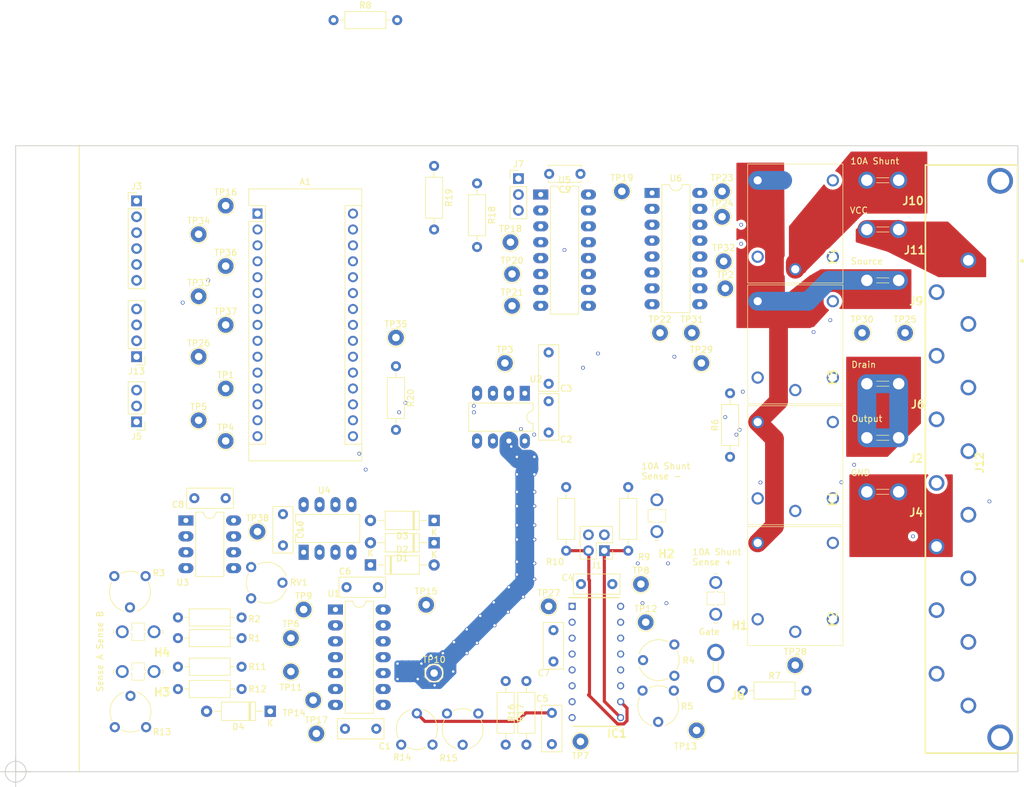
<source format=kicad_pcb>
(kicad_pcb (version 20171130) (host pcbnew "(5.1.9)-1")
  (title_block (date "lun. 30 mars 2015"))
  (layers (0 F.Cu power) (1 In1.Cu signal) (2 In2.Cu signal) (31 B.Cu power) (34 B.Paste user) (35 F.Paste user) (36 B.SilkS user) (37 F.SilkS user) (38 B.Mask user) (39 F.Mask user) (44 Edge.Cuts user))
  (net 0 "")
  (net 1 +5V)
  (net 2 GND)
  (net 3 "Net-(IC1-Pad12)")
  (net 4 FET_GATE)
  (net 5 "Net-(IC1-Pad11)")
  (net 6 4mA_Span)
  (net 7 16m_Span)
  (net 8 "Net-(IC1-Pad8)")
  (net 9 ZERO_ADJUST_B)
  (net 10 ZERO_ADJUST_A)
  (net 11 DAC_OUT)
  (net 12 20mA_Shunt)
  (net 13 "Net-(K1-Pad1)")
  (net 14 100mA_Shunt)
  (net 15 "Net-(K2-Pad1)")
  (net 16 1000ma_Shunt)
  (net 17 "Net-(K3-Pad1)")
  (net 18 "Net-(K4-Pad1)")
  (net 19 +12V)
  (net 20 SDA)
  (net 21 SCL)
  (net 22 SPI_SCK)
  (net 23 SPI_MISO)
  (net 24 SPI_MOSI)
  (net 25 DAC_SHDN)
  (net 26 "Net-(TP18-Pad1)")
  (net 27 "Net-(TP19-Pad1)")
  (net 28 "Net-(TP20-Pad1)")
  (net 29 "Net-(TP21-Pad1)")
  (net 30 FET_DRAIN)
  (net 31 OUT_SENSE_B)
  (net 32 OUT_SENSE_A)
  (net 33 "Net-(R2-Pad2)")
  (net 34 "Net-(U5-Pad13)")
  (net 35 "Net-(U5-Pad12)")
  (net 36 "Net-(U5-Pad11)")
  (net 37 "Net-(U5-Pad10)")
  (net 38 "Net-(U5-Pad9)")
  (net 39 ROT_POT_A)
  (net 40 ROT_POT_B)
  (net 41 "Net-(R4-Pad2)")
  (net 42 "Net-(R12-Pad2)")
  (net 43 DAC_OUT_FULL_SWING)
  (net 44 -12V)
  (net 45 10000mA_Shunt_-)
  (net 46 10000mA_Shunt_+)
  (net 47 "Net-(R14-Pad1)")
  (net 48 "Net-(R15-Pad1)")
  (net 49 10000mA_Shunt_Sense_-)
  (net 50 "Net-(J12-Pad15)")
  (net 51 "Net-(J12-Pad14)")
  (net 52 "Net-(J12-Pad13)")
  (net 53 "Net-(J12-Pad12)")
  (net 54 "Net-(J12-Pad11)")
  (net 55 "Net-(J12-Pad6)")
  (net 56 "Net-(J12-Pad5)")
  (net 57 "Net-(J12-Pad4)")
  (net 58 "Net-(J12-Pad3)")
  (net 59 "Net-(J12-Pad2)")
  (net 60 TEMP_SENS_OW)
  (net 61 "Net-(C5-Pad2)")
  (net 62 RANGE_DOWN)
  (net 63 RANGE_UP)
  (net 64 "Net-(TP31-Pad1)")
  (net 65 "Net-(TP32-Pad1)")
  (net 66 I2C_A0)
  (net 67 "Net-(R1-Pad2)")
  (net 68 "Net-(R11-Pad2)")
  (net 69 "Net-(TP2-Pad1)")
  (net 70 "Net-(K1-Pad2)")
  (net 71 "Net-(K2-Pad2)")
  (net 72 "Net-(K3-Pad2)")
  (net 73 "Net-(K4-Pad2)")
  (net 74 Rot_Enc_But)
  (net 75 "Net-(A1-Pad28)")
  (net 76 "Net-(A1-Pad27)")
  (net 77 "Net-(A1-Pad26)")
  (net 78 "Net-(A1-Pad25)")
  (net 79 "Net-(A1-Pad22)")
  (net 80 "Net-(A1-Pad21)")
  (net 81 "Net-(A1-Pad3)")
  (net 82 "Net-(A1-Pad18)")
  (net 83 "Net-(A1-Pad2)")
  (net 84 "Net-(A1-Pad17)")
  (net 85 "Net-(A1-Pad1)")
  (net 86 DAC_CS)
  (net 87 ADC_CS)
  (net 88 "Net-(A1-Pad20)")
  (net 89 "Net-(A1-Pad19)")
  (net 90 +5F)
  (net 91 ADC1)
  (net 92 ADC0)
  (net 93 "Net-(RV1-Pad2)")
  (net 94 "Net-(U3-Pad8)")
  (net 95 "Net-(U3-Pad7)")
  (net 96 "Net-(U3-Pad3)")
  (net 97 "Net-(U3-Pad1)")
  (module Package_DIP:DIP-8_W7.62mm_LongPads (layer F.Cu) (at 169.088 92.634 270)
    (fp_text reference U2 (at -2.286 -1.778 180) (layer F.SilkS))
    (fp_text value MCP4821)
    (pad 8 thru_hole oval (at 7.62 0 270) (size 2.4 1.6) (drill 0.8) (layers *.Cu *.Mask) (net 11 DAC_OUT))
    (pad 4 thru_hole oval (at 0 7.62 270) (size 2.4 1.6) (drill 0.8) (layers *.Cu *.Mask) (net 24 SPI_MOSI))
    (pad 7 thru_hole oval (at 7.62 2.54 270) (size 2.4 1.6) (drill 0.8) (layers *.Cu *.Mask) (net 2 GND))
    (pad 3 thru_hole oval (at 0 5.08 270) (size 2.4 1.6) (drill 0.8) (layers *.Cu *.Mask) (net 22 SPI_SCK))
    (pad 6 thru_hole oval (at 7.62 5.08 270) (size 2.4 1.6) (drill 0.8) (layers *.Cu *.Mask) (net 25 DAC_SHDN))
    (pad 2 thru_hole oval (at 0 2.54 270) (size 2.4 1.6) (drill 0.8) (layers *.Cu *.Mask) (net 86 DAC_CS))
    (pad 5 thru_hole oval (at 7.62 7.62 270) (size 2.4 1.6) (drill 0.8) (layers *.Cu *.Mask) (net 2 GND))
    (pad 1 thru_hole rect (at 0 0 270) (size 2.4 1.6) (drill 0.8) (layers *.Cu *.Mask) (net 1 +5V))
  )
  (module TestPoint:TestPoint_THTPad_D2.5mm_Drill1.2mm (layer F.Cu) (at 126.416 114.732)
    (fp_text reference TP38 (at 0 -2.148) (layer F.SilkS))
    (fp_text value "5V ref")
    (pad 1 thru_hole circle (at 0 0) (size 2.5 2.5) (drill 1.2) (layers *.Cu *.Mask) (net 90 +5F))
  )
  (module TestPoint:TestPoint_THTPad_D2.5mm_Drill1.2mm (layer F.Cu) (at 121.336 81.712)
    (fp_text reference TP37 (at 0 -2.148) (layer F.SilkS))
    (fp_text value Rot_Enc_Button)
    (pad 1 thru_hole circle (at 0 0) (size 2.5 2.5) (drill 1.2) (layers *.Cu *.Mask) (net 74 Rot_Enc_But))
  )
  (module TestPoint:TestPoint_THTPad_D2.5mm_Drill1.2mm (layer F.Cu) (at 121.336 72.314)
    (fp_text reference TP36 (at 0 -2.148) (layer F.SilkS))
    (fp_text value Range_up)
    (pad 1 thru_hole circle (at 0 0) (size 2.5 2.5) (drill 1.2) (layers *.Cu *.Mask) (net 63 RANGE_UP))
  )
  (module TestPoint:TestPoint_THTPad_D2.5mm_Drill1.2mm (layer F.Cu) (at 117.018 67.234)
    (fp_text reference TP34 (at 0 -2.148) (layer F.SilkS))
    (fp_text value ROT_POT_B)
    (pad 1 thru_hole circle (at 0 0) (size 2.5 2.5) (drill 1.2) (layers *.Cu *.Mask) (net 40 ROT_POT_B))
  )
  (module TestPoint:TestPoint_THTPad_D2.5mm_Drill1.2mm (layer F.Cu) (at 117.018 77.14)
    (fp_text reference TP33 (at 0 -2.148) (layer F.SilkS))
    (fp_text value ROT_POT_A)
    (pad 1 thru_hole circle (at 0 0) (size 2.5 2.5) (drill 1.2) (layers *.Cu *.Mask) (net 39 ROT_POT_A))
  )
  (module TestPoint:TestPoint_THTPad_D2.5mm_Drill1.2mm (layer F.Cu) (at 117.018 86.792)
    (fp_text reference TP26 (at 0 -2.148) (layer F.SilkS))
    (fp_text value TMP_S_OW)
    (pad 1 thru_hole circle (at 0 0) (size 2.5 2.5) (drill 1.2) (layers *.Cu *.Mask) (net 60 TEMP_SENS_OW))
  )
  (module TestPoint:TestPoint_THTPad_D2.5mm_Drill1.2mm (layer F.Cu) (at 121.336 62.662)
    (fp_text reference TP16 (at 0 -2.148) (layer F.SilkS))
    (fp_text value 5V)
    (pad 1 thru_hole circle (at 0 0) (size 2.5 2.5) (drill 1.2) (layers *.Cu *.Mask) (net 1 +5V))
  )
  (module TestPoint:TestPoint_THTPad_D2.5mm_Drill1.2mm (layer F.Cu) (at 117.018 96.952)
    (fp_text reference TP5 (at 0 -2.148) (layer F.SilkS))
    (fp_text value SPI_MOSI)
    (pad 1 thru_hole circle (at 0 0) (size 2.5 2.5) (drill 1.2) (layers *.Cu *.Mask) (net 24 SPI_MOSI))
  )
  (module TestPoint:TestPoint_THTPad_D2.5mm_Drill1.2mm (layer F.Cu) (at 121.336 100.254)
    (fp_text reference TP4 (at 0 -2.148) (layer F.SilkS))
    (fp_text value SPI_SCK)
    (pad 1 thru_hole circle (at 0 0) (size 2.5 2.5) (drill 1.2) (layers *.Cu *.Mask) (net 22 SPI_SCK))
  )
  (module TestPoint:TestPoint_THTPad_D2.5mm_Drill1.2mm (layer F.Cu) (at 121.336 91.872)
    (fp_text reference TP1 (at 0 -2.148) (layer F.SilkS))
    (fp_text value DAC_SHDN)
    (pad 1 thru_hole circle (at 0 0) (size 2.5 2.5) (drill 1.2) (layers *.Cu *.Mask) (net 25 DAC_SHDN))
  )
  (module Connector_PinHeader_2.54mm:PinHeader_1x04_P2.54mm_Vertical (layer F.Cu) (at 107.112 86.792 180)
    (fp_text reference J13 (at 0 -2.33) (layer F.SilkS))
    (fp_text value Conn_01x04)
    (pad 4 thru_hole oval (at 0 7.62 180) (size 1.7 1.7) (drill 1) (layers *.Cu *.Mask) (net 21 SCL))
    (pad 3 thru_hole oval (at 0 5.08 180) (size 1.7 1.7) (drill 1) (layers *.Cu *.Mask) (net 20 SDA))
    (pad 2 thru_hole oval (at 0 2.54 180) (size 1.7 1.7) (drill 1) (layers *.Cu *.Mask) (net 1 +5V))
    (pad 1 thru_hole rect (at 0 0 180) (size 1.7 1.7) (drill 1) (layers *.Cu *.Mask) (net 2 GND))
  )
  (module Connector_PinHeader_2.54mm:PinHeader_1x03_P2.54mm_Vertical (layer F.Cu) (at 107.112 97.206 180)
    (fp_text reference J5 (at 0 -2.33) (layer F.SilkS))
    (fp_text value Conn_01x03)
    (pad 3 thru_hole oval (at 0 5.08 180) (size 1.7 1.7) (drill 1) (layers *.Cu *.Mask) (net 1 +5V))
    (pad 2 thru_hole oval (at 0 2.54 180) (size 1.7 1.7) (drill 1) (layers *.Cu *.Mask) (net 60 TEMP_SENS_OW))
    (pad 1 thru_hole rect (at 0 0 180) (size 1.7 1.7) (drill 1) (layers *.Cu *.Mask) (net 2 GND))
  )
  (module Connector_PinHeader_2.54mm:PinHeader_1x06_P2.54mm_Vertical (layer F.Cu) (at 107.112 61.9)
    (fp_text reference J3 (at 0 -2.33) (layer F.SilkS))
    (fp_text value Conn_01x06)
    (pad 6 thru_hole oval (at 0 12.7) (size 1.7 1.7) (drill 1) (layers *.Cu *.Mask) (net 2 GND))
    (pad 5 thru_hole oval (at 0 10.16) (size 1.7 1.7) (drill 1) (layers *.Cu *.Mask) (net 62 RANGE_DOWN))
    (pad 4 thru_hole oval (at 0 7.62) (size 1.7 1.7) (drill 1) (layers *.Cu *.Mask) (net 63 RANGE_UP))
    (pad 3 thru_hole oval (at 0 5.08) (size 1.7 1.7) (drill 1) (layers *.Cu *.Mask) (net 39 ROT_POT_A))
    (pad 2 thru_hole oval (at 0 2.54) (size 1.7 1.7) (drill 1) (layers *.Cu *.Mask) (net 40 ROT_POT_B))
    (pad 1 thru_hole rect (at 0 0) (size 1.7 1.7) (drill 1) (layers *.Cu *.Mask) (net 74 Rot_Enc_But))
  )
  (module Package_DIP:DIP-8_W7.62mm_LongPads (layer F.Cu) (at 133.782 118.034 90)
    (fp_text reference U4 (at 9.906 3.302 180) (layer F.SilkS))
    (fp_text value MCP3202)
    (pad 8 thru_hole oval (at 7.62 0 90) (size 2.4 1.6) (drill 0.8) (layers *.Cu *.Mask) (net 90 +5F))
    (pad 4 thru_hole oval (at 0 7.62 90) (size 2.4 1.6) (drill 0.8) (layers *.Cu *.Mask) (net 2 GND))
    (pad 7 thru_hole oval (at 7.62 2.54 90) (size 2.4 1.6) (drill 0.8) (layers *.Cu *.Mask) (net 22 SPI_SCK))
    (pad 3 thru_hole oval (at 0 5.08 90) (size 2.4 1.6) (drill 0.8) (layers *.Cu *.Mask) (net 91 ADC1))
    (pad 6 thru_hole oval (at 7.62 5.08 90) (size 2.4 1.6) (drill 0.8) (layers *.Cu *.Mask) (net 23 SPI_MISO))
    (pad 2 thru_hole oval (at 0 2.54 90) (size 2.4 1.6) (drill 0.8) (layers *.Cu *.Mask) (net 92 ADC0))
    (pad 5 thru_hole oval (at 7.62 7.62 90) (size 2.4 1.6) (drill 0.8) (layers *.Cu *.Mask) (net 24 SPI_MOSI))
    (pad 1 thru_hole rect (at 0 0 90) (size 2.4 1.6) (drill 0.8) (layers *.Cu *.Mask) (net 87 ADC_CS))
  )
  (module Package_DIP:DIP-8_W7.62mm_LongPads (layer F.Cu) (at 114.986 112.954)
    (fp_text reference U3 (at -0.508 9.906) (layer F.SilkS))
    (fp_text value REF02CP)
    (pad 8 thru_hole oval (at 7.62 0) (size 2.4 1.6) (drill 0.8) (layers *.Cu *.Mask) (net 94 "Net-(U3-Pad8)"))
    (pad 4 thru_hole oval (at 0 7.62) (size 2.4 1.6) (drill 0.8) (layers *.Cu *.Mask) (net 2 GND))
    (pad 7 thru_hole oval (at 7.62 2.54) (size 2.4 1.6) (drill 0.8) (layers *.Cu *.Mask) (net 95 "Net-(U3-Pad7)"))
    (pad 3 thru_hole oval (at 0 5.08) (size 2.4 1.6) (drill 0.8) (layers *.Cu *.Mask) (net 96 "Net-(U3-Pad3)"))
    (pad 6 thru_hole oval (at 7.62 5.08) (size 2.4 1.6) (drill 0.8) (layers *.Cu *.Mask) (net 90 +5F))
    (pad 2 thru_hole oval (at 0 2.54) (size 2.4 1.6) (drill 0.8) (layers *.Cu *.Mask) (net 19 +12V))
    (pad 5 thru_hole oval (at 7.62 7.62) (size 2.4 1.6) (drill 0.8) (layers *.Cu *.Mask) (net 93 "Net-(RV1-Pad2)"))
    (pad 1 thru_hole rect (at 0 0) (size 2.4 1.6) (drill 0.8) (layers *.Cu *.Mask) (net 97 "Net-(U3-Pad1)"))
  )
  (module Potentiometer_THT:Potentiometer_Piher_PT-6-V_Vertical (layer F.Cu) (at 125.4 125.4)
    (fp_text reference RV1 (at 7.62 -2.54) (layer F.SilkS))
    (fp_text value 10k)
    (pad 1 thru_hole circle (at 0 0) (size 1.62 1.62) (drill 0.9) (layers *.Cu *.Mask) (net 2 GND))
    (pad 2 thru_hole circle (at 5 -2.5) (size 1.62 1.62) (drill 0.9) (layers *.Cu *.Mask) (net 93 "Net-(RV1-Pad2)"))
    (pad 3 thru_hole circle (at 0 -5) (size 1.62 1.62) (drill 0.9) (layers *.Cu *.Mask) (net 90 +5F))
  )
  (module Capacitor_THT:C_Rect_L7.2mm_W3.0mm_P5.00mm_FKS2_FKP2_MKS2_MKP2 (layer F.Cu) (at 130.48 111.938 270)
    (fp_text reference C10 (at 2.5 -2.75 90) (layer F.SilkS))
    (fp_text value 100nF)
    (pad 2 thru_hole circle (at 5 0 270) (size 1.6 1.6) (drill 0.8) (layers *.Cu *.Mask) (net 2 GND))
    (pad 1 thru_hole circle (at 0 0 270) (size 1.6 1.6) (drill 0.8) (layers *.Cu *.Mask) (net 90 +5F))
  )
  (module Capacitor_THT:C_Rect_L7.2mm_W3.0mm_P5.00mm_FKS2_FKP2_MKS2_MKP2 (layer F.Cu) (at 121.336 109.398 180)
    (fp_text reference C8 (at 7.62 -1.016) (layer F.SilkS))
    (fp_text value 100nF)
    (pad 2 thru_hole circle (at 5 0 180) (size 1.6 1.6) (drill 0.8) (layers *.Cu *.Mask) (net 2 GND))
    (pad 1 thru_hole circle (at 0 0 180) (size 1.6 1.6) (drill 0.8) (layers *.Cu *.Mask) (net 19 +12V))
  )
  (module TestPoint:TestPoint_THTPad_D2.5mm_Drill1.2mm (layer F.Cu) (at 148.514 83.744)
    (fp_text reference TP35 (at 0 -2.148) (layer F.SilkS))
    (fp_text value Range_Down)
    (pad 1 thru_hole circle (at 0 0) (size 2.5 2.5) (drill 1.2) (layers *.Cu *.Mask) (net 62 RANGE_DOWN))
  )
  (module Resistor_THT:R_Axial_DIN0207_L6.3mm_D2.5mm_P10.16mm_Horizontal (layer F.Cu) (at 148.514 88.316 270)
    (fp_text reference R20 (at 5.08 -2.37 90) (layer F.SilkS))
    (fp_text value 4k7)
    (pad 2 thru_hole oval (at 10.16 0 270) (size 1.6 1.6) (drill 0.8) (layers *.Cu *.Mask) (net 1 +5V))
    (pad 1 thru_hole circle (at 0 0 270) (size 1.6 1.6) (drill 0.8) (layers *.Cu *.Mask) (net 60 TEMP_SENS_OW))
  )
  (module Resistor_THT:R_Axial_DIN0207_L6.3mm_D2.5mm_P10.16mm_Horizontal (layer F.Cu) (at 154.61 56.312 270)
    (fp_text reference R19 (at 5.08 -2.37 90) (layer F.SilkS))
    (fp_text value R)
    (pad 2 thru_hole oval (at 10.16 0 270) (size 1.6 1.6) (drill 0.8) (layers *.Cu *.Mask) (net 21 SCL))
    (pad 1 thru_hole circle (at 0 0 270) (size 1.6 1.6) (drill 0.8) (layers *.Cu *.Mask) (net 1 +5V))
  )
  (module Resistor_THT:R_Axial_DIN0207_L6.3mm_D2.5mm_P10.16mm_Horizontal (layer F.Cu) (at 161.468 59.106 270)
    (fp_text reference R18 (at 5.08 -2.37 90) (layer F.SilkS))
    (fp_text value R)
    (pad 2 thru_hole oval (at 10.16 0 270) (size 1.6 1.6) (drill 0.8) (layers *.Cu *.Mask) (net 20 SDA))
    (pad 1 thru_hole circle (at 0 0 270) (size 1.6 1.6) (drill 0.8) (layers *.Cu *.Mask) (net 1 +5V))
  )
  (module Resistor_THT:R_Axial_DIN0207_L6.3mm_D2.5mm_P10.16mm_Horizontal (layer F.Cu) (at 138.556 33.03)
    (fp_text reference R8 (at 5.08 -2.37) (layer F.SilkS))
    (fp_text value 10k)
    (pad 2 thru_hole oval (at 10.16 0) (size 1.6 1.6) (drill 0.8) (layers *.Cu *.Mask) (net 2 GND))
    (pad 1 thru_hole circle (at 0 0) (size 1.6 1.6) (drill 0.8) (layers *.Cu *.Mask) (net 25 DAC_SHDN))
  )
  (module Diode_THT:D_A-405_P10.16mm_Horizontal (layer F.Cu) (at 128.448 143.434 180)
    (fp_text reference D4 (at 5.08 -2.47) (layer F.SilkS))
    (fp_text value D_Schottky)
    (fp_text user K (at 0 -1.9) (layer F.SilkS))
    (pad 2 thru_hole oval (at 10.16 0 180) (size 1.8 1.8) (drill 0.9) (layers *.Cu *.Mask) (net 2 GND))
    (pad 1 thru_hole rect (at 0 0 180) (size 1.8 1.8) (drill 0.9) (layers *.Cu *.Mask) (net 92 ADC0))
  )
  (module Diode_THT:D_A-405_P10.16mm_Horizontal (layer F.Cu) (at 154.61 112.954 180)
    (fp_text reference D3 (at 5.08 -2.47) (layer F.SilkS))
    (fp_text value D_Schottky)
    (fp_text user K (at 0 -1.9) (layer F.SilkS))
    (pad 2 thru_hole oval (at 10.16 0 180) (size 1.8 1.8) (drill 0.9) (layers *.Cu *.Mask) (net 92 ADC0))
    (pad 1 thru_hole rect (at 0 0 180) (size 1.8 1.8) (drill 0.9) (layers *.Cu *.Mask) (net 1 +5V))
  )
  (module Diode_THT:D_A-405_P10.16mm_Horizontal (layer F.Cu) (at 144.45 120.066)
    (fp_text reference D2 (at 5.08 -2.47) (layer F.SilkS))
    (fp_text value D_Schottky)
    (fp_text user K (at 0 -1.9) (layer F.SilkS))
    (pad 2 thru_hole oval (at 10.16 0) (size 1.8 1.8) (drill 0.9) (layers *.Cu *.Mask) (net 2 GND))
    (pad 1 thru_hole rect (at 0 0) (size 1.8 1.8) (drill 0.9) (layers *.Cu *.Mask) (net 91 ADC1))
  )
  (module Diode_THT:D_A-405_P10.16mm_Horizontal (layer F.Cu) (at 154.61 116.51 180)
    (fp_text reference D1 (at 5.08 -2.47) (layer F.SilkS))
    (fp_text value D_Schottky)
    (fp_text user K (at 0 -1.9) (layer F.SilkS))
    (pad 2 thru_hole oval (at 10.16 0 180) (size 1.8 1.8) (drill 0.9) (layers *.Cu *.Mask) (net 91 ADC1))
    (pad 1 thru_hole rect (at 0 0 180) (size 1.8 1.8) (drill 0.9) (layers *.Cu *.Mask) (net 1 +5V))
  )
  (module Module:Arduino_Nano (layer F.Cu) (at 126.416 63.932)
    (fp_text reference A1 (at 7.62 -5.08) (layer F.SilkS))
    (fp_text value Arduino_Nano_v3.x)
    (pad 16 thru_hole oval (at 15.24 35.56) (size 1.6 1.6) (drill 1) (layers *.Cu *.Mask) (net 22 SPI_SCK))
    (pad 15 thru_hole oval (at 0 35.56) (size 1.6 1.6) (drill 1) (layers *.Cu *.Mask) (net 23 SPI_MISO))
    (pad 30 thru_hole oval (at 15.24 0) (size 1.6 1.6) (drill 1) (layers *.Cu *.Mask) (net 19 +12V))
    (pad 14 thru_hole oval (at 0 33.02) (size 1.6 1.6) (drill 1) (layers *.Cu *.Mask) (net 24 SPI_MOSI))
    (pad 29 thru_hole oval (at 15.24 2.54) (size 1.6 1.6) (drill 1) (layers *.Cu *.Mask) (net 2 GND))
    (pad 13 thru_hole oval (at 0 30.48) (size 1.6 1.6) (drill 1) (layers *.Cu *.Mask) (net 86 DAC_CS))
    (pad 28 thru_hole oval (at 15.24 5.08) (size 1.6 1.6) (drill 1) (layers *.Cu *.Mask) (net 75 "Net-(A1-Pad28)"))
    (pad 12 thru_hole oval (at 0 27.94) (size 1.6 1.6) (drill 1) (layers *.Cu *.Mask) (net 25 DAC_SHDN))
    (pad 27 thru_hole oval (at 15.24 7.62) (size 1.6 1.6) (drill 1) (layers *.Cu *.Mask) (net 76 "Net-(A1-Pad27)"))
    (pad 11 thru_hole oval (at 0 25.4) (size 1.6 1.6) (drill 1) (layers *.Cu *.Mask) (net 87 ADC_CS))
    (pad 26 thru_hole oval (at 15.24 10.16) (size 1.6 1.6) (drill 1) (layers *.Cu *.Mask) (net 77 "Net-(A1-Pad26)"))
    (pad 10 thru_hole oval (at 0 22.86) (size 1.6 1.6) (drill 1) (layers *.Cu *.Mask) (net 60 TEMP_SENS_OW))
    (pad 25 thru_hole oval (at 15.24 12.7) (size 1.6 1.6) (drill 1) (layers *.Cu *.Mask) (net 78 "Net-(A1-Pad25)"))
    (pad 9 thru_hole oval (at 0 20.32) (size 1.6 1.6) (drill 1) (layers *.Cu *.Mask) (net 74 Rot_Enc_But))
    (pad 24 thru_hole oval (at 15.24 15.24) (size 1.6 1.6) (drill 1) (layers *.Cu *.Mask) (net 21 SCL))
    (pad 8 thru_hole oval (at 0 17.78) (size 1.6 1.6) (drill 1) (layers *.Cu *.Mask) (net 62 RANGE_DOWN))
    (pad 23 thru_hole oval (at 15.24 17.78) (size 1.6 1.6) (drill 1) (layers *.Cu *.Mask) (net 20 SDA))
    (pad 7 thru_hole oval (at 0 15.24) (size 1.6 1.6) (drill 1) (layers *.Cu *.Mask) (net 63 RANGE_UP))
    (pad 22 thru_hole oval (at 15.24 20.32) (size 1.6 1.6) (drill 1) (layers *.Cu *.Mask) (net 79 "Net-(A1-Pad22)"))
    (pad 6 thru_hole oval (at 0 12.7) (size 1.6 1.6) (drill 1) (layers *.Cu *.Mask) (net 39 ROT_POT_A))
    (pad 21 thru_hole oval (at 15.24 22.86) (size 1.6 1.6) (drill 1) (layers *.Cu *.Mask) (net 80 "Net-(A1-Pad21)"))
    (pad 5 thru_hole oval (at 0 10.16) (size 1.6 1.6) (drill 1) (layers *.Cu *.Mask) (net 40 ROT_POT_B))
    (pad 20 thru_hole oval (at 15.24 25.4) (size 1.6 1.6) (drill 1) (layers *.Cu *.Mask) (net 88 "Net-(A1-Pad20)"))
    (pad 4 thru_hole oval (at 0 7.62) (size 1.6 1.6) (drill 1) (layers *.Cu *.Mask) (net 2 GND))
    (pad 19 thru_hole oval (at 15.24 27.94) (size 1.6 1.6) (drill 1) (layers *.Cu *.Mask) (net 89 "Net-(A1-Pad19)"))
    (pad 3 thru_hole oval (at 0 5.08) (size 1.6 1.6) (drill 1) (layers *.Cu *.Mask) (net 81 "Net-(A1-Pad3)"))
    (pad 18 thru_hole oval (at 15.24 30.48) (size 1.6 1.6) (drill 1) (layers *.Cu *.Mask) (net 82 "Net-(A1-Pad18)"))
    (pad 2 thru_hole oval (at 0 2.54) (size 1.6 1.6) (drill 1) (layers *.Cu *.Mask) (net 83 "Net-(A1-Pad2)"))
    (pad 17 thru_hole oval (at 15.24 33.02) (size 1.6 1.6) (drill 1) (layers *.Cu *.Mask) (net 84 "Net-(A1-Pad17)"))
    (pad 1 thru_hole rect (at 0 0) (size 1.6 1.6) (drill 1) (layers *.Cu *.Mask) (net 85 "Net-(A1-Pad1)"))
  )
  (module SamacSys_Parts:17263862 (layer F.Cu) (at 223.698 91.11)
    (fp_text reference J6 (at 8.128 3.302) (layer F.SilkS) (effects (font (size 1.27 1.27) (thickness 0.254))))
    (fp_text value 1-726386-2 hide)
    (pad 2 thru_hole circle (at 5.08 0) (size 2.745 2.745) (drill 1.83) (layers *.Cu *.Mask) (net 30 FET_DRAIN))
    (pad 1 thru_hole circle (at 0 0) (size 2.745 2.745) (drill 1.83) (layers *.Cu *.Mask) (net 30 FET_DRAIN))
  )
  (module Resistor_THT:R_Axial_DIN0207_L6.3mm_D2.5mm_P10.16mm_Horizontal (layer F.Cu) (at 203.886 140.132)
    (fp_text reference R7 (at 5.08 -2.37) (layer F.SilkS))
    (fp_text value 10)
    (pad 2 thru_hole oval (at 10.16 0) (size 1.6 1.6) (drill 0.8) (layers *.Cu *.Mask) (net 14 100mA_Shunt))
    (pad 1 thru_hole circle (at 0 0) (size 1.6 1.6) (drill 0.8) (layers *.Cu *.Mask) (net 46 10000mA_Shunt_+))
  )
  (module Resistor_THT:R_Axial_DIN0207_L6.3mm_D2.5mm_P10.16mm_Horizontal (layer F.Cu) (at 201.854 102.794 90)
    (fp_text reference R6 (at 5.08 -2.37 90) (layer F.SilkS))
    (fp_text value 1)
    (pad 2 thru_hole oval (at 10.16 0 90) (size 1.6 1.6) (drill 0.8) (layers *.Cu *.Mask) (net 16 1000ma_Shunt))
    (pad 1 thru_hole circle (at 0 0 90) (size 1.6 1.6) (drill 0.8) (layers *.Cu *.Mask) (net 46 10000mA_Shunt_+))
  )
  (module Capacitor_THT:C_Rect_L7.2mm_W3.0mm_P5.00mm_FKS2_FKP2_MKS2_MKP2 (layer F.Cu) (at 173.66 130.48 270)
    (fp_text reference C7 (at 6.858 1.524 180) (layer F.SilkS))
    (fp_text value 100nF)
    (pad 2 thru_hole circle (at 5 0 270) (size 1.6 1.6) (drill 0.8) (layers *.Cu *.Mask) (net 2 GND))
    (pad 1 thru_hole circle (at 0 0 270) (size 1.6 1.6) (drill 0.8) (layers *.Cu *.Mask) (net 46 10000mA_Shunt_+))
  )
  (module Capacitor_THT:C_Rect_L7.2mm_W3.0mm_P5.00mm_FKS2_FKP2_MKS2_MKP2 (layer F.Cu) (at 183.058 123.114 180)
    (fp_text reference C4 (at 7.112 1.016) (layer F.SilkS))
    (fp_text value "1uF Tantal")
    (pad 2 thru_hole circle (at 5 0 180) (size 1.6 1.6) (drill 0.8) (layers *.Cu *.Mask) (net 2 GND))
    (pad 1 thru_hole circle (at 0 0 180) (size 1.6 1.6) (drill 0.8) (layers *.Cu *.Mask) (net 46 10000mA_Shunt_+))
  )
  (module Capacitor_THT:C_Rect_L7.2mm_W3.0mm_P5.00mm_FKS2_FKP2_MKS2_MKP2 (layer F.Cu) (at 172.898 91.11 90)
    (fp_text reference C3 (at -0.762 2.794 180) (layer F.SilkS))
    (fp_text value "10uF Tantal")
    (pad 2 thru_hole circle (at 5 0 90) (size 1.6 1.6) (drill 0.8) (layers *.Cu *.Mask) (net 2 GND))
    (pad 1 thru_hole circle (at 0 0 90) (size 1.6 1.6) (drill 0.8) (layers *.Cu *.Mask) (net 1 +5V))
  )
  (module SamacSys_Parts:17263862 (layer F.Cu) (at 199.568 139.116 90)
    (fp_text reference J8 (at -1.778 3.556 180) (layer F.SilkS) (effects (font (size 1.27 1.27) (thickness 0.254))))
    (fp_text value 1-726386-2 hide)
    (pad 2 thru_hole circle (at 5.08 0 90) (size 2.745 2.745) (drill 1.83) (layers *.Cu *.Mask) (net 4 FET_GATE))
    (pad 1 thru_hole circle (at 0 0 90) (size 2.745 2.745) (drill 1.83) (layers *.Cu *.Mask) (net 4 FET_GATE))
  )
  (module TestPoint:TestPoint_THTPad_D2.5mm_Drill1.2mm (layer F.Cu) (at 201.092 75.87)
    (fp_text reference TP2 (at 0 -2.148) (layer F.SilkS))
    (fp_text value EN_ADD_03)
    (pad 1 thru_hole circle (at 0 0) (size 2.5 2.5) (drill 1.2) (layers *.Cu *.Mask) (net 69 "Net-(TP2-Pad1)"))
  )
  (module Capacitor_THT:C_Rect_L7.2mm_W3.0mm_P5.00mm_FKS2_FKP2_MKS2_MKP2 (layer F.Cu) (at 140.64 123.622)
    (fp_text reference C6 (at -0.254 -2.54) (layer F.SilkS))
    (fp_text value 100nF)
    (pad 2 thru_hole circle (at 5 0) (size 1.6 1.6) (drill 0.8) (layers *.Cu *.Mask) (net 44 -12V))
    (pad 1 thru_hole circle (at 0 0) (size 1.6 1.6) (drill 0.8) (layers *.Cu *.Mask) (net 2 GND))
  )
  (module Connector_PinHeader_2.54mm:PinHeader_1x03_P2.54mm_Vertical (layer F.Cu) (at 168.072 58.344)
    (fp_text reference J7 (at 0 -2.33) (layer F.SilkS))
    (fp_text value Conn_01x03)
    (pad 3 thru_hole oval (at 0 5.08) (size 1.7 1.7) (drill 1) (layers *.Cu *.Mask) (net 2 GND))
    (pad 2 thru_hole oval (at 0 2.54) (size 1.7 1.7) (drill 1) (layers *.Cu *.Mask) (net 66 I2C_A0))
    (pad 1 thru_hole rect (at 0 0) (size 1.7 1.7) (drill 1) (layers *.Cu *.Mask) (net 1 +5V))
  )
  (module SamacSys_Parts:36SERIES-MINIATURE-PCB-RELAYS-10A (layer F.Cu) (at 212.268 72.822 90)
    (fp_text reference K4 (at 2 6 90) (layer F.SilkS) (effects (font (size 1.27 1.27) (thickness 0.254))))
    (fp_text value 36.11.9.005.4011 hide)
    (pad 5 thru_hole circle (at 0 0 90) (size 1.95 1.95) (drill 1.3) (layers *.Cu *.Mask) (net 45 10000mA_Shunt_-))
    (pad 4 thru_hole circle (at 2 -6 90) (size 1.95 1.95) (drill 1.3) (layers *.Cu *.Mask) (net 1 +5V))
    (pad 3 thru_hole circle (at 14.2 -6 90) (size 1.95 1.95) (drill 1.3) (layers *.Cu *.Mask) (net 49 10000mA_Shunt_Sense_-))
    (pad 2 thru_hole circle (at 14.2 6 90) (size 1.95 1.95) (drill 1.3) (layers *.Cu *.Mask) (net 73 "Net-(K4-Pad2)"))
    (pad 1 thru_hole circle (at 2 6 90) (size 1.95 1.95) (drill 1.3) (layers *.Cu *.Mask) (net 18 "Net-(K4-Pad1)"))
  )
  (module SamacSys_Parts:36SERIES-MINIATURE-PCB-RELAYS-10A (layer F.Cu) (at 212.268 92.126 90)
    (fp_text reference K3 (at 2 6 90) (layer F.SilkS) (effects (font (size 1.27 1.27) (thickness 0.254))))
    (fp_text value 36.11.9.005.4011 hide)
    (pad 5 thru_hole circle (at 0 0 90) (size 1.95 1.95) (drill 1.3) (layers *.Cu *.Mask) (net 16 1000ma_Shunt))
    (pad 4 thru_hole circle (at 2 -6 90) (size 1.95 1.95) (drill 1.3) (layers *.Cu *.Mask) (net 1 +5V))
    (pad 3 thru_hole circle (at 14.2 -6 90) (size 1.95 1.95) (drill 1.3) (layers *.Cu *.Mask) (net 49 10000mA_Shunt_Sense_-))
    (pad 2 thru_hole circle (at 14.2 6 90) (size 1.95 1.95) (drill 1.3) (layers *.Cu *.Mask) (net 72 "Net-(K3-Pad2)"))
    (pad 1 thru_hole circle (at 2 6 90) (size 1.95 1.95) (drill 1.3) (layers *.Cu *.Mask) (net 17 "Net-(K3-Pad1)"))
  )
  (module SamacSys_Parts:36SERIES-MINIATURE-PCB-RELAYS-10A (layer F.Cu) (at 212.268 111.43 90)
    (fp_text reference K1 (at 2 6 90) (layer F.SilkS) (effects (font (size 1.27 1.27) (thickness 0.254))))
    (fp_text value 36.11.9.005.4011 hide)
    (pad 5 thru_hole circle (at 0 0 90) (size 1.95 1.95) (drill 1.3) (layers *.Cu *.Mask) (net 12 20mA_Shunt))
    (pad 4 thru_hole circle (at 2 -6 90) (size 1.95 1.95) (drill 1.3) (layers *.Cu *.Mask) (net 1 +5V))
    (pad 3 thru_hole circle (at 14.2 -6 90) (size 1.95 1.95) (drill 1.3) (layers *.Cu *.Mask) (net 49 10000mA_Shunt_Sense_-))
    (pad 2 thru_hole circle (at 14.2 6 90) (size 1.95 1.95) (drill 1.3) (layers *.Cu *.Mask) (net 70 "Net-(K1-Pad2)"))
    (pad 1 thru_hole circle (at 2 6 90) (size 1.95 1.95) (drill 1.3) (layers *.Cu *.Mask) (net 13 "Net-(K1-Pad1)"))
  )
  (module TestPoint:TestPoint_THTPad_D2.5mm_Drill1.2mm (layer F.Cu) (at 200.838 71.552)
    (fp_text reference TP32 (at 0 -2.148) (layer F.SilkS))
    (fp_text value EN_ADD_02)
    (pad 1 thru_hole circle (at 0 0) (size 2.5 2.5) (drill 1.2) (layers *.Cu *.Mask) (net 65 "Net-(TP32-Pad1)"))
  )
  (module TestPoint:TestPoint_THTPad_D2.5mm_Drill1.2mm (layer F.Cu) (at 195.758 82.982)
    (fp_text reference TP31 (at 0 -2.148) (layer F.SilkS))
    (fp_text value EN_ADD_01)
    (pad 1 thru_hole circle (at 0 0) (size 2.5 2.5) (drill 1.2) (layers *.Cu *.Mask) (net 64 "Net-(TP31-Pad1)"))
  )
  (module TestPoint:TestPoint_THTPad_D2.5mm_Drill1.2mm (layer F.Cu) (at 222.936 82.982)
    (fp_text reference TP30 (at 0 -2.148) (layer F.SilkS))
    (fp_text value 10000mA_SHN)
    (pad 1 thru_hole circle (at 0 0) (size 2.5 2.5) (drill 1.2) (layers *.Cu *.Mask) (net 45 10000mA_Shunt_-))
  )
  (module TestPoint:TestPoint_THTPad_D2.5mm_Drill1.2mm (layer F.Cu) (at 197.282 87.808)
    (fp_text reference TP29 (at 0 -2.148) (layer F.SilkS))
    (fp_text value 1000mA_SHN)
    (pad 1 thru_hole circle (at 0 0) (size 2.5 2.5) (drill 1.2) (layers *.Cu *.Mask) (net 16 1000ma_Shunt))
  )
  (module TestPoint:TestPoint_THTPad_D2.5mm_Drill1.2mm (layer F.Cu) (at 212.268 136.068)
    (fp_text reference TP28 (at 0 -2.148) (layer F.SilkS))
    (fp_text value 100mA_SHN)
    (pad 1 thru_hole circle (at 0 0) (size 2.5 2.5) (drill 1.2) (layers *.Cu *.Mask) (net 14 100mA_Shunt))
  )
  (module TestPoint:TestPoint_THTPad_D2.5mm_Drill1.2mm (layer F.Cu) (at 172.898 126.67)
    (fp_text reference TP27 (at 0 -2.148) (layer F.SilkS))
    (fp_text value 20mA_SHN)
    (pad 1 thru_hole circle (at 0 0) (size 2.5 2.5) (drill 1.2) (layers *.Cu *.Mask) (net 12 20mA_Shunt))
  )
  (module TestPoint:TestPoint_THTPad_D2.5mm_Drill1.2mm (layer F.Cu) (at 229.794 82.982)
    (fp_text reference TP25 (at 0 -2.148) (layer F.SilkS))
    (fp_text value 10000_EN_Rel)
    (pad 1 thru_hole circle (at 0 0) (size 2.5 2.5) (drill 1.2) (layers *.Cu *.Mask) (net 18 "Net-(K4-Pad1)"))
  )
  (module TestPoint:TestPoint_THTPad_D2.5mm_Drill1.2mm (layer F.Cu) (at 200.584 64.44)
    (fp_text reference TP24 (at 0 -2.148) (layer F.SilkS))
    (fp_text value 1000_EN_Rel)
    (pad 1 thru_hole circle (at 0 0) (size 2.5 2.5) (drill 1.2) (layers *.Cu *.Mask) (net 17 "Net-(K3-Pad1)"))
  )
  (module TestPoint:TestPoint_THTPad_D2.5mm_Drill1.2mm (layer F.Cu) (at 200.584 60.376)
    (fp_text reference TP23 (at 0 -2.148) (layer F.SilkS))
    (fp_text value 100_EN_Rel)
    (pad 1 thru_hole circle (at 0 0) (size 2.5 2.5) (drill 1.2) (layers *.Cu *.Mask) (net 15 "Net-(K2-Pad1)"))
  )
  (module TestPoint:TestPoint_THTPad_D2.5mm_Drill1.2mm (layer F.Cu) (at 190.678 82.982)
    (fp_text reference TP22 (at 0 -2.148) (layer F.SilkS))
    (fp_text value 20_EN_Rel)
    (pad 1 thru_hole circle (at 0 0) (size 2.5 2.5) (drill 1.2) (layers *.Cu *.Mask) (net 13 "Net-(K1-Pad1)"))
  )
  (module TestPoint:TestPoint_THTPad_D2.5mm_Drill1.2mm (layer F.Cu) (at 167.056 78.664)
    (fp_text reference TP21 (at 0 -2.148) (layer F.SilkS))
    (fp_text value 10000_EN)
    (pad 1 thru_hole circle (at 0 0) (size 2.5 2.5) (drill 1.2) (layers *.Cu *.Mask) (net 29 "Net-(TP21-Pad1)"))
  )
  (module TestPoint:TestPoint_THTPad_D2.5mm_Drill1.2mm (layer F.Cu) (at 167.056 73.584)
    (fp_text reference TP20 (at 0 -2.148) (layer F.SilkS))
    (fp_text value 1000_EN)
    (pad 1 thru_hole circle (at 0 0) (size 2.5 2.5) (drill 1.2) (layers *.Cu *.Mask) (net 28 "Net-(TP20-Pad1)"))
  )
  (module TestPoint:TestPoint_THTPad_D2.5mm_Drill1.2mm (layer F.Cu) (at 184.582 60.376)
    (fp_text reference TP19 (at 0 -2.148) (layer F.SilkS))
    (fp_text value 100_EN)
    (pad 1 thru_hole circle (at 0 0) (size 2.5 2.5) (drill 1.2) (layers *.Cu *.Mask) (net 27 "Net-(TP19-Pad1)"))
  )
  (module TestPoint:TestPoint_THTPad_D2.5mm_Drill1.2mm (layer F.Cu) (at 166.802 68.504)
    (fp_text reference TP18 (at 0 -2.148) (layer F.SilkS))
    (fp_text value 20_EN)
    (pad 1 thru_hole circle (at 0 0) (size 2.5 2.5) (drill 1.2) (layers *.Cu *.Mask) (net 26 "Net-(TP18-Pad1)"))
  )
  (module TestPoint:TestPoint_THTPad_D2.5mm_Drill1.2mm (layer F.Cu) (at 135.814 146.99)
    (fp_text reference TP17 (at 0 -2.148) (layer F.SilkS))
    (fp_text value DAC_OUT_FULL_SWING)
    (pad 1 thru_hole circle (at 0 0) (size 2.5 2.5) (drill 1.2) (layers *.Cu *.Mask) (net 43 DAC_OUT_FULL_SWING))
  )
  (module TestPoint:TestPoint_THTPad_D2.5mm_Drill1.2mm (layer F.Cu) (at 153.34 126.416)
    (fp_text reference TP15 (at 0 -2.148) (layer F.SilkS))
    (fp_text value GND)
    (pad 1 thru_hole circle (at 0 0) (size 2.5 2.5) (drill 1.2) (layers *.Cu *.Mask) (net 2 GND))
  )
  (module TestPoint:TestPoint_THTPad_D2.5mm_Drill1.2mm (layer F.Cu) (at 135.306 141.656)
    (fp_text reference TP14 (at -3.048 2.032) (layer F.SilkS))
    (fp_text value ARD_A0)
    (pad 1 thru_hole circle (at 0 0) (size 2.5 2.5) (drill 1.2) (layers *.Cu *.Mask) (net 92 ADC0))
  )
  (module TestPoint:TestPoint_THTPad_D2.5mm_Drill1.2mm (layer F.Cu) (at 196.52 146.482)
    (fp_text reference TP13 (at -1.778 2.54) (layer F.SilkS))
    (fp_text value VREF_ADJ)
    (pad 1 thru_hole circle (at 0 0) (size 2.5 2.5) (drill 1.2) (layers *.Cu *.Mask) (net 5 "Net-(IC1-Pad11)"))
  )
  (module TestPoint:TestPoint_THTPad_D2.5mm_Drill1.2mm (layer F.Cu) (at 188.392 129.21)
    (fp_text reference TP12 (at 0 -2.148) (layer F.SilkS))
    (fp_text value VREF_O)
    (pad 1 thru_hole circle (at 0 0) (size 2.5 2.5) (drill 1.2) (layers *.Cu *.Mask) (net 3 "Net-(IC1-Pad12)"))
  )
  (module TestPoint:TestPoint_THTPad_D2.5mm_Drill1.2mm (layer F.Cu) (at 131.75 137.084)
    (fp_text reference TP11 (at 0 2.54) (layer F.SilkS))
    (fp_text value SENSE+VDIV)
    (pad 1 thru_hole circle (at 0 0) (size 2.5 2.5) (drill 1.2) (layers *.Cu *.Mask) (net 68 "Net-(R11-Pad2)"))
  )
  (module TestPoint:TestPoint_THTPad_D2.5mm_Drill1.2mm (layer F.Cu) (at 154.61 137.338)
    (fp_text reference TP10 (at 0 -2.148) (layer F.SilkS))
    (fp_text value DAC_OUT)
    (pad 1 thru_hole circle (at 0 0) (size 2.5 2.5) (drill 1.2) (layers *.Cu *.Mask) (net 11 DAC_OUT))
  )
  (module TestPoint:TestPoint_THTPad_D2.5mm_Drill1.2mm (layer F.Cu) (at 133.782 127.178)
    (fp_text reference TP9 (at 0 -2.148) (layer F.SilkS))
    (fp_text value ARD_A1)
    (pad 1 thru_hole circle (at 0 0) (size 2.5 2.5) (drill 1.2) (layers *.Cu *.Mask) (net 91 ADC1))
  )
  (module TestPoint:TestPoint_THTPad_D2.5mm_Drill1.2mm (layer F.Cu) (at 187.63 123.114)
    (fp_text reference TP8 (at 0 -2.148) (layer F.SilkS))
    (fp_text value SRC_RES)
    (pad 1 thru_hole circle (at 0 0) (size 2.5 2.5) (drill 1.2) (layers *.Cu *.Mask) (net 12 20mA_Shunt))
  )
  (module TestPoint:TestPoint_THTPad_D2.5mm_Drill1.2mm (layer F.Cu) (at 177.978 148.26)
    (fp_text reference TP7 (at 0 2.286) (layer F.SilkS))
    (fp_text value SPAN_ADJ)
    (pad 1 thru_hole circle (at 0 0) (size 2.5 2.5) (drill 1.2) (layers *.Cu *.Mask) (net 8 "Net-(IC1-Pad8)"))
  )
  (module TestPoint:TestPoint_THTPad_D2.5mm_Drill1.2mm (layer F.Cu) (at 131.75 131.75)
    (fp_text reference TP6 (at 0 -2.286) (layer F.SilkS))
    (fp_text value SENSE-VDIV)
    (pad 1 thru_hole circle (at 0 0) (size 2.5 2.5) (drill 1.2) (layers *.Cu *.Mask) (net 67 "Net-(R1-Pad2)"))
  )
  (module TestPoint:TestPoint_THTPad_D2.5mm_Drill1.2mm (layer F.Cu) (at 165.913 87.808)
    (fp_text reference TP3 (at 0 -2.148) (layer F.SilkS))
    (fp_text value SPI_CS)
    (pad 1 thru_hole circle (at 0 0) (size 2.5 2.5) (drill 1.2) (layers *.Cu *.Mask) (net 86 DAC_CS))
  )
  (module Potentiometer_THT:Potentiometer_Piher_PT-6-V_Vertical (layer F.Cu) (at 156.6674 143.7896 270)
    (fp_text reference R15 (at 7.112 -0.254 180) (layer F.SilkS))
    (fp_text value 1k)
    (pad 1 thru_hole circle (at 0 0 270) (size 1.62 1.62) (drill 0.9) (layers *.Cu *.Mask) (net 48 "Net-(R15-Pad1)"))
    (pad 2 thru_hole circle (at 5 -2.5 270) (size 1.62 1.62) (drill 0.9) (layers *.Cu *.Mask) (net 47 "Net-(R14-Pad1)"))
    (pad 3 thru_hole circle (at 0 -5 270) (size 1.62 1.62) (drill 0.9) (layers *.Cu *.Mask))
  )
  (module Potentiometer_THT:Potentiometer_Piher_PT-6-V_Vertical (layer F.Cu) (at 154.356 148.768 90)
    (fp_text reference R14 (at -2.032 -4.826 180) (layer F.SilkS))
    (fp_text value 47k)
    (pad 1 thru_hole circle (at 0 0 90) (size 1.62 1.62) (drill 0.9) (layers *.Cu *.Mask) (net 47 "Net-(R14-Pad1)"))
    (pad 2 thru_hole circle (at 5 -2.5 90) (size 1.62 1.62) (drill 0.9) (layers *.Cu *.Mask) (net 43 DAC_OUT_FULL_SWING))
    (pad 3 thru_hole circle (at 0 -5 90) (size 1.62 1.62) (drill 0.9) (layers *.Cu *.Mask))
  )
  (module Potentiometer_THT:Potentiometer_Piher_PT-6-V_Vertical (layer F.Cu) (at 108.636 145.974 90)
    (fp_text reference R13 (at -0.762 2.54 180) (layer F.SilkS))
    (fp_text value 10k)
    (pad 1 thru_hole circle (at 0 0 90) (size 1.62 1.62) (drill 0.9) (layers *.Cu *.Mask) (net 42 "Net-(R12-Pad2)"))
    (pad 2 thru_hole circle (at 5 -2.5 90) (size 1.62 1.62) (drill 0.9) (layers *.Cu *.Mask) (net 2 GND))
    (pad 3 thru_hole circle (at 0 -5 90) (size 1.62 1.62) (drill 0.9) (layers *.Cu *.Mask))
  )
  (module Potentiometer_THT:Potentiometer_Piher_PT-6-V_Vertical (layer F.Cu) (at 187.884 140.132 270)
    (fp_text reference R5 (at 2.5 -7.112 180) (layer F.SilkS))
    (fp_text value 1k)
    (pad 1 thru_hole circle (at 0 0 270) (size 1.62 1.62) (drill 0.9) (layers *.Cu *.Mask) (net 41 "Net-(R4-Pad2)"))
    (pad 2 thru_hole circle (at 5 -2.5 270) (size 1.62 1.62) (drill 0.9) (layers *.Cu *.Mask) (net 9 ZERO_ADJUST_B))
    (pad 3 thru_hole circle (at 0 -5 270) (size 1.62 1.62) (drill 0.9) (layers *.Cu *.Mask))
  )
  (module Potentiometer_THT:Potentiometer_Piher_PT-6-V_Vertical (layer F.Cu) (at 192.964 132.766 180)
    (fp_text reference R4 (at -2.286 -2.54) (layer F.SilkS))
    (fp_text value 10k)
    (pad 1 thru_hole circle (at 0 0 180) (size 1.62 1.62) (drill 0.9) (layers *.Cu *.Mask) (net 10 ZERO_ADJUST_A))
    (pad 2 thru_hole circle (at 5 -2.5 180) (size 1.62 1.62) (drill 0.9) (layers *.Cu *.Mask) (net 41 "Net-(R4-Pad2)"))
    (pad 3 thru_hole circle (at 0 -5 180) (size 1.62 1.62) (drill 0.9) (layers *.Cu *.Mask))
  )
  (module Potentiometer_THT:Potentiometer_Piher_PT-6-V_Vertical (layer F.Cu) (at 103.556 121.844 270)
    (fp_text reference R3 (at -0.508 -7.112 180) (layer F.SilkS))
    (fp_text value 10k)
    (pad 1 thru_hole circle (at 0 0 270) (size 1.62 1.62) (drill 0.9) (layers *.Cu *.Mask) (net 33 "Net-(R2-Pad2)"))
    (pad 2 thru_hole circle (at 5 -2.5 270) (size 1.62 1.62) (drill 0.9) (layers *.Cu *.Mask) (net 2 GND))
    (pad 3 thru_hole circle (at 0 -5 270) (size 1.62 1.62) (drill 0.9) (layers *.Cu *.Mask))
  )
  (module Capacitor_THT:C_Rect_L7.2mm_W3.0mm_P5.00mm_FKS2_FKP2_MKS2_MKP2 (layer F.Cu) (at 173.406 143.688 270)
    (fp_text reference C5 (at -2.286 1.524 180) (layer F.SilkS))
    (fp_text value 100nF)
    (pad 2 thru_hole circle (at 5 0 270) (size 1.6 1.6) (drill 0.8) (layers *.Cu *.Mask) (net 61 "Net-(C5-Pad2)"))
    (pad 1 thru_hole circle (at 0 0 270) (size 1.6 1.6) (drill 0.8) (layers *.Cu *.Mask) (net 43 DAC_OUT_FULL_SWING))
  )
  (module Package_DIP:DIP-16_W7.62mm_LongPads (layer F.Cu) (at 189.408 60.63)
    (fp_text reference U6 (at 3.81 -2.33) (layer F.SilkS))
    (fp_text value ULN2003)
    (pad 1 thru_hole rect (at 0 0) (size 2.4 1.6) (drill 0.8) (layers *.Cu *.Mask) (net 26 "Net-(TP18-Pad1)"))
    (pad 9 thru_hole oval (at 7.62 17.78) (size 2.4 1.6) (drill 0.8) (layers *.Cu *.Mask) (net 1 +5V))
    (pad 2 thru_hole oval (at 0 2.54) (size 2.4 1.6) (drill 0.8) (layers *.Cu *.Mask) (net 27 "Net-(TP19-Pad1)"))
    (pad 10 thru_hole oval (at 7.62 15.24) (size 2.4 1.6) (drill 0.8) (layers *.Cu *.Mask) (net 69 "Net-(TP2-Pad1)"))
    (pad 3 thru_hole oval (at 0 5.08) (size 2.4 1.6) (drill 0.8) (layers *.Cu *.Mask) (net 28 "Net-(TP20-Pad1)"))
    (pad 11 thru_hole oval (at 7.62 12.7) (size 2.4 1.6) (drill 0.8) (layers *.Cu *.Mask) (net 65 "Net-(TP32-Pad1)"))
    (pad 4 thru_hole oval (at 0 7.62) (size 2.4 1.6) (drill 0.8) (layers *.Cu *.Mask) (net 29 "Net-(TP21-Pad1)"))
    (pad 12 thru_hole oval (at 7.62 10.16) (size 2.4 1.6) (drill 0.8) (layers *.Cu *.Mask) (net 64 "Net-(TP31-Pad1)"))
    (pad 5 thru_hole oval (at 0 10.16) (size 2.4 1.6) (drill 0.8) (layers *.Cu *.Mask) (net 36 "Net-(U5-Pad11)"))
    (pad 13 thru_hole oval (at 7.62 7.62) (size 2.4 1.6) (drill 0.8) (layers *.Cu *.Mask) (net 18 "Net-(K4-Pad1)"))
    (pad 6 thru_hole oval (at 0 12.7) (size 2.4 1.6) (drill 0.8) (layers *.Cu *.Mask) (net 37 "Net-(U5-Pad10)"))
    (pad 14 thru_hole oval (at 7.62 5.08) (size 2.4 1.6) (drill 0.8) (layers *.Cu *.Mask) (net 17 "Net-(K3-Pad1)"))
    (pad 7 thru_hole oval (at 0 15.24) (size 2.4 1.6) (drill 0.8) (layers *.Cu *.Mask) (net 38 "Net-(U5-Pad9)"))
    (pad 15 thru_hole oval (at 7.62 2.54) (size 2.4 1.6) (drill 0.8) (layers *.Cu *.Mask) (net 15 "Net-(K2-Pad1)"))
    (pad 8 thru_hole oval (at 0 17.78) (size 2.4 1.6) (drill 0.8) (layers *.Cu *.Mask) (net 2 GND))
    (pad 16 thru_hole oval (at 7.62 0) (size 2.4 1.6) (drill 0.8) (layers *.Cu *.Mask) (net 13 "Net-(K1-Pad1)"))
  )
  (module SamacSys_Parts:17263862 (layer F.Cu) (at 223.698 108.382)
    (fp_text reference J4 (at 7.874 3.302) (layer F.SilkS) (effects (font (size 1.27 1.27) (thickness 0.254))))
    (fp_text value 1-726386-2 hide)
    (pad 2 thru_hole circle (at 5.08 0) (size 2.745 2.745) (drill 1.83) (layers *.Cu *.Mask) (net 2 GND))
    (pad 1 thru_hole circle (at 0 0) (size 2.745 2.745) (drill 1.83) (layers *.Cu *.Mask) (net 2 GND))
  )
  (module SamacSys_Parts:17263862 (layer F.Cu) (at 223.698 99.746)
    (fp_text reference J2 (at 7.874 3.302) (layer F.SilkS) (effects (font (size 1.27 1.27) (thickness 0.254))))
    (fp_text value 1-726386-2 hide)
    (pad 2 thru_hole circle (at 5.08 0) (size 2.745 2.745) (drill 1.83) (layers *.Cu *.Mask) (net 30 FET_DRAIN))
    (pad 1 thru_hole circle (at 0 0) (size 2.745 2.745) (drill 1.83) (layers *.Cu *.Mask) (net 30 FET_DRAIN))
  )
  (module SamacSys_Parts:638231 (layer F.Cu) (at 107.366 130.734)
    (fp_text reference H4 (at 3.81 3.302) (layer F.SilkS) (effects (font (size 1.27 1.27) (thickness 0.254))))
    (fp_text value 63823-1 hide)
    (pad 2 thru_hole circle (at 2.54 0) (size 2.055 2.055) (drill 1.37) (layers *.Cu *.Mask) (net 31 OUT_SENSE_B))
    (pad 1 thru_hole circle (at -2.54 0) (size 2.055 2.055) (drill 1.37) (layers *.Cu *.Mask) (net 31 OUT_SENSE_B))
  )
  (module SamacSys_Parts:638231 (layer F.Cu) (at 107.366 137.084)
    (fp_text reference H3 (at 3.81 3.302) (layer F.SilkS) (effects (font (size 1.27 1.27) (thickness 0.254))))
    (fp_text value 63823-1 hide)
    (pad 2 thru_hole circle (at 2.54 0) (size 2.055 2.055) (drill 1.37) (layers *.Cu *.Mask) (net 32 OUT_SENSE_A))
    (pad 1 thru_hole circle (at -2.54 0) (size 2.055 2.055) (drill 1.37) (layers *.Cu *.Mask) (net 32 OUT_SENSE_A))
  )
  (module SamacSys_Parts:09061152911_2 (layer F.Cu) (at 247.7432 103.1496 90)
    (fp_text reference J12 (at -0.56981 -6.056 90) (layer F.SilkS) (effects (font (size 1.27 1.27) (thickness 0.254))))
    (fp_text value 09061152911 hide)
    (pad 17 thru_hole circle (at 44.45 -2.76 90) (size 4.1 4.1) (drill 2.9) (layers *.Cu *.Mask))
    (pad 16 thru_hole circle (at -44.45 -2.76 90) (size 4.1 4.1) (drill 2.9) (layers *.Cu *.Mask))
    (pad 15 thru_hole circle (at -39.37 -7.84 90) (size 2.5 2.5) (drill 1.7) (layers *.Cu *.Mask) (net 50 "Net-(J12-Pad15)"))
    (pad 14 thru_hole circle (at -34.29 -12.92 90) (size 2.5 2.5) (drill 1.7) (layers *.Cu *.Mask) (net 51 "Net-(J12-Pad14)"))
    (pad 13 thru_hole circle (at -29.21 -7.84 90) (size 2.5 2.5) (drill 1.7) (layers *.Cu *.Mask) (net 52 "Net-(J12-Pad13)"))
    (pad 12 thru_hole circle (at -24.13 -12.92 90) (size 2.5 2.5) (drill 1.7) (layers *.Cu *.Mask) (net 53 "Net-(J12-Pad12)"))
    (pad 11 thru_hole circle (at -19.05 -7.84 90) (size 2.5 2.5) (drill 1.7) (layers *.Cu *.Mask) (net 54 "Net-(J12-Pad11)"))
    (pad 10 thru_hole circle (at -13.97 -12.92 90) (size 2.5 2.5) (drill 1.7) (layers *.Cu *.Mask) (net 2 GND))
    (pad 9 thru_hole circle (at -8.89 -7.84 90) (size 2.5 2.5) (drill 1.7) (layers *.Cu *.Mask) (net 1 +5V))
    (pad 8 thru_hole circle (at -3.81 -12.92 90) (size 2.5 2.5) (drill 1.7) (layers *.Cu *.Mask) (net 19 +12V))
    (pad 7 thru_hole circle (at 1.27 -7.84 90) (size 2.5 2.5) (drill 1.7) (layers *.Cu *.Mask) (net 44 -12V))
    (pad 6 thru_hole circle (at 6.35 -12.92 90) (size 2.5 2.5) (drill 1.7) (layers *.Cu *.Mask) (net 55 "Net-(J12-Pad6)"))
    (pad 5 thru_hole circle (at 11.43 -7.84 90) (size 2.5 2.5) (drill 1.7) (layers *.Cu *.Mask) (net 56 "Net-(J12-Pad5)"))
    (pad 4 thru_hole circle (at 16.51 -12.92 90) (size 2.5 2.5) (drill 1.7) (layers *.Cu *.Mask) (net 57 "Net-(J12-Pad4)"))
    (pad 3 thru_hole circle (at 21.59 -7.84 90) (size 2.5 2.5) (drill 1.7) (layers *.Cu *.Mask) (net 58 "Net-(J12-Pad3)"))
    (pad 2 thru_hole circle (at 26.67 -12.92 90) (size 2.5 2.5) (drill 1.7) (layers *.Cu *.Mask) (net 59 "Net-(J12-Pad2)"))
    (pad 1 thru_hole circle (at 31.75 -7.84 90) (size 2.5 2.5) (drill 1.7) (layers *.Cu *.Mask) (net 46 10000mA_Shunt_+))
  )
  (module SamacSys_Parts:17263862 (layer F.Cu) (at 223.698 58.598)
    (fp_text reference J10 (at 7.366 3.302) (layer F.SilkS) (effects (font (size 1.27 1.27) (thickness 0.254))))
    (fp_text value 1-726386-2 hide)
    (pad 2 thru_hole circle (at 5.08 0) (size 2.745 2.745) (drill 1.83) (layers *.Cu *.Mask) (net 45 10000mA_Shunt_-))
    (pad 1 thru_hole circle (at 0 0) (size 2.745 2.745) (drill 1.83) (layers *.Cu *.Mask) (net 45 10000mA_Shunt_-))
  )
  (module SamacSys_Parts:CDIP774W53P254L2057H445Q16 (layer F.Cu) (at 180.518 135.56)
    (fp_text reference IC1 (at 3.302 11.43) (layer F.SilkS) (effects (font (size 1.27 1.27) (thickness 0.254))))
    (fp_text value XTR110AG hide)
    (pad 16 thru_hole circle (at 3.872 -8.89) (size 1.13 1.13) (drill 0.73) (layers *.Cu *.Mask) (net 46 10000mA_Shunt_+))
    (pad 15 thru_hole circle (at 3.872 -6.35) (size 1.13 1.13) (drill 0.73) (layers *.Cu *.Mask) (net 3 "Net-(IC1-Pad12)"))
    (pad 14 thru_hole circle (at 3.872 -3.81) (size 1.13 1.13) (drill 0.73) (layers *.Cu *.Mask) (net 4 FET_GATE))
    (pad 13 thru_hole circle (at 3.872 -1.27) (size 1.13 1.13) (drill 0.73) (layers *.Cu *.Mask) (net 49 10000mA_Shunt_Sense_-))
    (pad 12 thru_hole circle (at 3.872 1.27) (size 1.13 1.13) (drill 0.73) (layers *.Cu *.Mask) (net 3 "Net-(IC1-Pad12)"))
    (pad 11 thru_hole circle (at 3.872 3.81) (size 1.13 1.13) (drill 0.73) (layers *.Cu *.Mask) (net 5 "Net-(IC1-Pad11)"))
    (pad 10 thru_hole circle (at 3.872 6.35) (size 1.13 1.13) (drill 0.73) (layers *.Cu *.Mask) (net 6 4mA_Span))
    (pad 9 thru_hole circle (at 3.872 8.89) (size 1.13 1.13) (drill 0.73) (layers *.Cu *.Mask) (net 7 16m_Span))
    (pad 8 thru_hole circle (at -3.872 8.89) (size 1.13 1.13) (drill 0.73) (layers *.Cu *.Mask) (net 8 "Net-(IC1-Pad8)"))
    (pad 7 thru_hole circle (at -3.872 6.35) (size 1.13 1.13) (drill 0.73) (layers *.Cu *.Mask) (net 9 ZERO_ADJUST_B))
    (pad 6 thru_hole circle (at -3.872 3.81) (size 1.13 1.13) (drill 0.73) (layers *.Cu *.Mask) (net 10 ZERO_ADJUST_A))
    (pad 5 thru_hole circle (at -3.872 1.27) (size 1.13 1.13) (drill 0.73) (layers *.Cu *.Mask) (net 43 DAC_OUT_FULL_SWING))
    (pad 4 thru_hole circle (at -3.872 -1.27) (size 1.13 1.13) (drill 0.73) (layers *.Cu *.Mask) (net 2 GND))
    (pad 3 thru_hole circle (at -3.872 -3.81) (size 1.13 1.13) (drill 0.73) (layers *.Cu *.Mask) (net 2 GND))
    (pad 2 thru_hole circle (at -3.872 -6.35) (size 1.13 1.13) (drill 0.73) (layers *.Cu *.Mask) (net 2 GND))
    (pad 1 thru_hole rect (at -3.872 -8.89) (size 1.13 1.13) (drill 0.73) (layers *.Cu *.Mask) (net 12 20mA_Shunt))
  )
  (module SamacSys_Parts:17263862 (layer F.Cu) (at 223.698 74.6)
    (fp_text reference J9 (at 7.874 3.302) (layer F.SilkS) (effects (font (size 1.27 1.27) (thickness 0.254))))
    (fp_text value 1-726386-2 hide)
    (pad 2 thru_hole circle (at 5.08 0) (size 2.745 2.745) (drill 1.83) (layers *.Cu *.Mask) (net 49 10000mA_Shunt_Sense_-))
    (pad 1 thru_hole circle (at 0 0) (size 2.745 2.745) (drill 1.83) (layers *.Cu *.Mask) (net 49 10000mA_Shunt_Sense_-))
  )
  (module SamacSys_Parts:17263862 (layer F.Cu) (at 223.698 66.472)
    (fp_text reference J11 (at 7.62 3.302) (layer F.SilkS) (effects (font (size 1.27 1.27) (thickness 0.254))))
    (fp_text value 1-726386-2 hide)
    (pad 2 thru_hole circle (at 5.08 0) (size 2.745 2.745) (drill 1.83) (layers *.Cu *.Mask) (net 46 10000mA_Shunt_+))
    (pad 1 thru_hole circle (at 0 0) (size 2.745 2.745) (drill 1.83) (layers *.Cu *.Mask) (net 46 10000mA_Shunt_+))
  )
  (module SamacSys_Parts:36SERIES-MINIATURE-PCB-RELAYS-10A (layer F.Cu) (at 212.268 130.734 90)
    (fp_text reference K2 (at 2 6 90) (layer F.SilkS) (effects (font (size 1.27 1.27) (thickness 0.254))))
    (fp_text value 36.11.9.005.4011 hide)
    (pad 5 thru_hole circle (at 0 0 90) (size 1.95 1.95) (drill 1.3) (layers *.Cu *.Mask) (net 14 100mA_Shunt))
    (pad 4 thru_hole circle (at 2 -6 90) (size 1.95 1.95) (drill 1.3) (layers *.Cu *.Mask) (net 1 +5V))
    (pad 3 thru_hole circle (at 14.2 -6 90) (size 1.95 1.95) (drill 1.3) (layers *.Cu *.Mask) (net 49 10000mA_Shunt_Sense_-))
    (pad 2 thru_hole circle (at 14.2 6 90) (size 1.95 1.95) (drill 1.3) (layers *.Cu *.Mask) (net 71 "Net-(K2-Pad2)"))
    (pad 1 thru_hole circle (at 2 6 90) (size 1.95 1.95) (drill 1.3) (layers *.Cu *.Mask) (net 15 "Net-(K2-Pad1)"))
  )
  (module SamacSys_Parts:638231 (layer F.Cu) (at 190.17 112.192 90)
    (fp_text reference H2 (at -6.096 1.524 180) (layer F.SilkS) (effects (font (size 1.27 1.27) (thickness 0.254))))
    (fp_text value 63823-1 hide)
    (pad 2 thru_hole circle (at 2.54 0 90) (size 2.055 2.055) (drill 1.37) (layers *.Cu *.Mask) (net 49 10000mA_Shunt_Sense_-))
    (pad 1 thru_hole circle (at -2.54 0 90) (size 2.055 2.055) (drill 1.37) (layers *.Cu *.Mask) (net 49 10000mA_Shunt_Sense_-))
  )
  (module SamacSys_Parts:638231 (layer F.Cu) (at 199.568 125.4 90)
    (fp_text reference H1 (at -4.318 3.81 180) (layer F.SilkS) (effects (font (size 1.27 1.27) (thickness 0.254))))
    (fp_text value 63823-1 hide)
    (pad 2 thru_hole circle (at 2.54 0 90) (size 2.055 2.055) (drill 1.37) (layers *.Cu *.Mask) (net 46 10000mA_Shunt_+))
    (pad 1 thru_hole circle (at -2.54 0 90) (size 2.055 2.055) (drill 1.37) (layers *.Cu *.Mask) (net 46 10000mA_Shunt_+))
  )
  (module Resistor_THT:R_Axial_DIN0207_L6.3mm_D2.5mm_P10.16mm_Horizontal (layer F.Cu) (at 166.04 138.608 270)
    (fp_text reference R17 (at 5.08 -2.37 90) (layer F.SilkS))
    (fp_text value 100k)
    (pad 2 thru_hole oval (at 10.16 0 270) (size 1.6 1.6) (drill 0.8) (layers *.Cu *.Mask) (net 61 "Net-(C5-Pad2)"))
    (pad 1 thru_hole circle (at 0 0 270) (size 1.6 1.6) (drill 0.8) (layers *.Cu *.Mask) (net 2 GND))
  )
  (module Resistor_THT:R_Axial_DIN0207_L6.3mm_D2.5mm_P10.16mm_Horizontal (layer F.Cu) (at 169.342 148.768 90)
    (fp_text reference R16 (at 5.08 -2.37 90) (layer F.SilkS))
    (fp_text value 82k)
    (pad 2 thru_hole oval (at 10.16 0 90) (size 1.6 1.6) (drill 0.8) (layers *.Cu *.Mask) (net 48 "Net-(R15-Pad1)"))
    (pad 1 thru_hole circle (at 0 0 90) (size 1.6 1.6) (drill 0.8) (layers *.Cu *.Mask) (net 61 "Net-(C5-Pad2)"))
  )
  (module Resistor_THT:R_Axial_DIN0207_L6.3mm_D2.5mm_P10.16mm_Horizontal (layer F.Cu) (at 113.716 131.75)
    (fp_text reference R1 (at 12.192 0) (layer F.SilkS))
    (fp_text value 100k)
    (pad 2 thru_hole oval (at 10.16 0) (size 1.6 1.6) (drill 0.8) (layers *.Cu *.Mask) (net 67 "Net-(R1-Pad2)"))
    (pad 1 thru_hole circle (at 0 0) (size 1.6 1.6) (drill 0.8) (layers *.Cu *.Mask) (net 31 OUT_SENSE_B))
  )
  (module Resistor_THT:R_Axial_DIN0207_L6.3mm_D2.5mm_P10.16mm_Horizontal (layer F.Cu) (at 113.716 136.322)
    (fp_text reference R11 (at 12.7 0) (layer F.SilkS))
    (fp_text value 100k)
    (pad 2 thru_hole oval (at 10.16 0) (size 1.6 1.6) (drill 0.8) (layers *.Cu *.Mask) (net 68 "Net-(R11-Pad2)"))
    (pad 1 thru_hole circle (at 0 0) (size 1.6 1.6) (drill 0.8) (layers *.Cu *.Mask) (net 32 OUT_SENSE_A))
  )
  (module Resistor_THT:R_Axial_DIN0207_L6.3mm_D2.5mm_P10.16mm_Horizontal (layer F.Cu) (at 175.692 107.62 270)
    (fp_text reference R10 (at 11.938 1.778 180) (layer F.SilkS))
    (fp_text value R)
    (pad 2 thru_hole oval (at 10.16 0 270) (size 1.6 1.6) (drill 0.8) (layers *.Cu *.Mask) (net 6 4mA_Span))
    (pad 1 thru_hole circle (at 0 0 270) (size 1.6 1.6) (drill 0.8) (layers *.Cu *.Mask) (net 2 GND))
  )
  (module Capacitor_THT:C_Disc_D5.0mm_W2.5mm_P5.00mm (layer F.Cu) (at 177.978 57.582 180)
    (fp_text reference C9 (at 2.5 -2.5) (layer F.SilkS))
    (fp_text value 100nF)
    (pad 1 thru_hole circle (at 0 0 180) (size 1.6 1.6) (drill 0.8) (layers *.Cu *.Mask) (net 1 +5V))
    (pad 2 thru_hole circle (at 5 0 180) (size 1.6 1.6) (drill 0.8) (layers *.Cu *.Mask) (net 2 GND))
  )
  (module Capacitor_THT:C_Rect_L7.2mm_W3.0mm_P5.00mm_FKS2_FKP2_MKS2_MKP2 (layer F.Cu) (at 172.898 93.904 270)
    (fp_text reference C2 (at 6.096 -2.794 180) (layer F.SilkS))
    (fp_text value 100nF)
    (pad 2 thru_hole circle (at 5 0 270) (size 1.6 1.6) (drill 0.8) (layers *.Cu *.Mask) (net 2 GND))
    (pad 1 thru_hole circle (at 0 0 270) (size 1.6 1.6) (drill 0.8) (layers *.Cu *.Mask) (net 1 +5V))
  )
  (module Capacitor_THT:C_Rect_L7.2mm_W3.0mm_P5.00mm_FKS2_FKP2_MKS2_MKP2 (layer F.Cu) (at 140.386 146.228)
    (fp_text reference C1 (at 6.35 2.794) (layer F.SilkS))
    (fp_text value 100nF)
    (pad 2 thru_hole circle (at 5 0) (size 1.6 1.6) (drill 0.8) (layers *.Cu *.Mask) (net 2 GND))
    (pad 1 thru_hole circle (at 0 0) (size 1.6 1.6) (drill 0.8) (layers *.Cu *.Mask) (net 19 +12V))
  )
  (module Package_DIP:DIP-16_W7.62mm_LongPads (layer F.Cu) (at 171.628 60.884)
    (fp_text reference U5 (at 3.81 -2.33) (layer F.SilkS))
    (fp_text value PCF8574)
    (pad 1 thru_hole rect (at 0 0) (size 2.4 1.6) (drill 0.8) (layers *.Cu *.Mask) (net 66 I2C_A0))
    (pad 9 thru_hole oval (at 7.62 17.78) (size 2.4 1.6) (drill 0.8) (layers *.Cu *.Mask) (net 38 "Net-(U5-Pad9)"))
    (pad 2 thru_hole oval (at 0 2.54) (size 2.4 1.6) (drill 0.8) (layers *.Cu *.Mask) (net 2 GND))
    (pad 10 thru_hole oval (at 7.62 15.24) (size 2.4 1.6) (drill 0.8) (layers *.Cu *.Mask) (net 37 "Net-(U5-Pad10)"))
    (pad 3 thru_hole oval (at 0 5.08) (size 2.4 1.6) (drill 0.8) (layers *.Cu *.Mask) (net 2 GND))
    (pad 11 thru_hole oval (at 7.62 12.7) (size 2.4 1.6) (drill 0.8) (layers *.Cu *.Mask) (net 36 "Net-(U5-Pad11)"))
    (pad 4 thru_hole oval (at 0 7.62) (size 2.4 1.6) (drill 0.8) (layers *.Cu *.Mask) (net 26 "Net-(TP18-Pad1)"))
    (pad 12 thru_hole oval (at 7.62 10.16) (size 2.4 1.6) (drill 0.8) (layers *.Cu *.Mask) (net 35 "Net-(U5-Pad12)"))
    (pad 5 thru_hole oval (at 0 10.16) (size 2.4 1.6) (drill 0.8) (layers *.Cu *.Mask) (net 27 "Net-(TP19-Pad1)"))
    (pad 13 thru_hole oval (at 7.62 7.62) (size 2.4 1.6) (drill 0.8) (layers *.Cu *.Mask) (net 34 "Net-(U5-Pad13)"))
    (pad 6 thru_hole oval (at 0 12.7) (size 2.4 1.6) (drill 0.8) (layers *.Cu *.Mask) (net 28 "Net-(TP20-Pad1)"))
    (pad 14 thru_hole oval (at 7.62 5.08) (size 2.4 1.6) (drill 0.8) (layers *.Cu *.Mask) (net 21 SCL))
    (pad 7 thru_hole oval (at 0 15.24) (size 2.4 1.6) (drill 0.8) (layers *.Cu *.Mask) (net 29 "Net-(TP21-Pad1)"))
    (pad 15 thru_hole oval (at 7.62 2.54) (size 2.4 1.6) (drill 0.8) (layers *.Cu *.Mask) (net 20 SDA))
    (pad 8 thru_hole oval (at 0 17.78) (size 2.4 1.6) (drill 0.8) (layers *.Cu *.Mask) (net 2 GND))
    (pad 16 thru_hole oval (at 7.62 0) (size 2.4 1.6) (drill 0.8) (layers *.Cu *.Mask) (net 1 +5V))
  )
  (module Package_DIP:DIP-14_W7.62mm_LongPads (layer F.Cu) (at 138.862 127.178)
    (fp_text reference U1 (at -0.254 -2.54) (layer F.SilkS))
    (fp_text value LM324)
    (pad 14 thru_hole oval (at 7.62 0) (size 2.4 1.6) (drill 0.8) (layers *.Cu *.Mask))
    (pad 7 thru_hole oval (at 0 15.24) (size 2.4 1.6) (drill 0.8) (layers *.Cu *.Mask) (net 92 ADC0))
    (pad 13 thru_hole oval (at 7.62 2.54) (size 2.4 1.6) (drill 0.8) (layers *.Cu *.Mask))
    (pad 6 thru_hole oval (at 0 12.7) (size 2.4 1.6) (drill 0.8) (layers *.Cu *.Mask) (net 92 ADC0))
    (pad 12 thru_hole oval (at 7.62 5.08) (size 2.4 1.6) (drill 0.8) (layers *.Cu *.Mask))
    (pad 5 thru_hole oval (at 0 10.16) (size 2.4 1.6) (drill 0.8) (layers *.Cu *.Mask) (net 68 "Net-(R11-Pad2)"))
    (pad 11 thru_hole oval (at 7.62 7.62) (size 2.4 1.6) (drill 0.8) (layers *.Cu *.Mask) (net 44 -12V))
    (pad 4 thru_hole oval (at 0 7.62) (size 2.4 1.6) (drill 0.8) (layers *.Cu *.Mask) (net 19 +12V))
    (pad 10 thru_hole oval (at 7.62 10.16) (size 2.4 1.6) (drill 0.8) (layers *.Cu *.Mask) (net 11 DAC_OUT))
    (pad 3 thru_hole oval (at 0 5.08) (size 2.4 1.6) (drill 0.8) (layers *.Cu *.Mask) (net 67 "Net-(R1-Pad2)"))
    (pad 9 thru_hole oval (at 7.62 12.7) (size 2.4 1.6) (drill 0.8) (layers *.Cu *.Mask) (net 61 "Net-(C5-Pad2)"))
    (pad 2 thru_hole oval (at 0 2.54) (size 2.4 1.6) (drill 0.8) (layers *.Cu *.Mask) (net 91 ADC1))
    (pad 8 thru_hole oval (at 7.62 15.24) (size 2.4 1.6) (drill 0.8) (layers *.Cu *.Mask) (net 43 DAC_OUT_FULL_SWING))
    (pad 1 thru_hole rect (at 0 0) (size 2.4 1.6) (drill 0.8) (layers *.Cu *.Mask) (net 91 ADC1))
  )
  (module Resistor_THT:R_Axial_DIN0207_L6.3mm_D2.5mm_P10.16mm_Horizontal (layer F.Cu) (at 123.876 139.878 180)
    (fp_text reference R12 (at -2.54 0) (layer F.SilkS))
    (fp_text value 10k)
    (pad 2 thru_hole oval (at 10.16 0 180) (size 1.6 1.6) (drill 0.8) (layers *.Cu *.Mask) (net 42 "Net-(R12-Pad2)"))
    (pad 1 thru_hole circle (at 0 0 180) (size 1.6 1.6) (drill 0.8) (layers *.Cu *.Mask) (net 68 "Net-(R11-Pad2)"))
  )
  (module Resistor_THT:R_Axial_DIN0207_L6.3mm_D2.5mm_P10.16mm_Horizontal (layer F.Cu) (at 185.598 117.78 90)
    (fp_text reference R9 (at -1.016 2.54 180) (layer F.SilkS))
    (fp_text value R)
    (pad 2 thru_hole oval (at 10.16 0 90) (size 1.6 1.6) (drill 0.8) (layers *.Cu *.Mask) (net 2 GND))
    (pad 1 thru_hole circle (at 0 0 90) (size 1.6 1.6) (drill 0.8) (layers *.Cu *.Mask) (net 7 16m_Span))
  )
  (module Resistor_THT:R_Axial_DIN0207_L6.3mm_D2.5mm_P10.16mm_Horizontal (layer F.Cu) (at 123.876 128.448 180)
    (fp_text reference R2 (at -2.032 -0.254) (layer F.SilkS))
    (fp_text value 10k)
    (pad 2 thru_hole oval (at 10.16 0 180) (size 1.6 1.6) (drill 0.8) (layers *.Cu *.Mask) (net 33 "Net-(R2-Pad2)"))
    (pad 1 thru_hole circle (at 0 0 180) (size 1.6 1.6) (drill 0.8) (layers *.Cu *.Mask) (net 67 "Net-(R1-Pad2)"))
  )
  (module Connector_PinHeader_2.54mm:PinHeader_2x02_P2.54mm_Vertical (layer F.Cu) (at 181.788 117.78 180)
    (fp_text reference J1 (at 1.27 -2.33) (layer F.SilkS))
    (fp_text value Conn_02x02_Counter_Clockwise)
    (pad 4 thru_hole oval (at 2.54 2.54 180) (size 1.7 1.7) (drill 1) (layers *.Cu *.Mask) (net 2 GND))
    (pad 3 thru_hole oval (at 0 2.54 180) (size 1.7 1.7) (drill 1) (layers *.Cu *.Mask) (net 2 GND))
    (pad 2 thru_hole oval (at 2.54 0 180) (size 1.7 1.7) (drill 1) (layers *.Cu *.Mask) (net 6 4mA_Span))
    (pad 1 thru_hole rect (at 0 0 180) (size 1.7 1.7) (drill 1) (layers *.Cu *.Mask) (net 7 16m_Span))
  )
  (gr_text Gate (at 198.552 130.734) (layer F.SilkS) (effects (font (size 1 1))))
  (gr_text "Output\n" (at 223.698 96.698) (layer F.SilkS) (effects (font (size 1 1))))
  (gr_text VCC (at 222.428 63.424) (layer F.SilkS) (effects (font (size 1 1))))
  (gr_text GND (at 222.682 105.334) (layer F.SilkS) (effects (font (size 1 1))))
  (gr_text Drain (at 223.19 88.062) (layer F.SilkS) (effects (font (size 1 1))))
  (gr_text "Sense B\n" (at 101.27 130.48 90) (layer F.SilkS) (effects (font (size 1 1))))
  (gr_text "Sense A" (at 101.27 137.338 90) (layer F.SilkS) (effects (font (size 1 1))))
  (gr_text "10A Shunt\nSense -" (at 187.63 105.08) (layer F.SilkS) (effects (font (size 1 1)) (justify left)))
  (gr_text "10A Shunt\nSense +" (at 195.758 118.796) (layer F.SilkS) (effects (font (size 1 1)) (justify left)))
  (gr_text Source (at 223.698 71.552) (layer F.SilkS) (effects (font (size 1 1))))
  (gr_text "10A Shunt" (at 224.968 55.55) (layer F.SilkS) (effects (font (size 1 1))))
  (gr_line (start 97.968 153.086) (end 97.968 53.01) (layer F.SilkS) (width 0.15))
  (target plus (at 87.808 153.086) (size 5) (width 0.15) (layer Edge.Cuts))
  (gr_line (start 87.808 53.086) (end 87.808 153.086) (layer Edge.Cuts) (width 0.15))
  (gr_line (start 247.808 53.086) (end 87.808 53.086) (layer Edge.Cuts) (width 0.15))
  (gr_line (start 247.808 153.086) (end 247.808 53.086) (layer Edge.Cuts) (width 0.15))
  (gr_line (start 87.808 153.086) (end 247.808 153.086) (layer Edge.Cuts) (width 0.15))
  (segment (start 205.696 128.734) (end 206.268 128.734) (width 0.25) (layer B.Cu) (net 1))
  (via (at 231.064 115.494) (size 0.6) (drill 0.4) (layers F.Cu B.Cu) (net 1))
  (via (at 243.256 109.906) (size 0.6) (drill 0.4) (layers F.Cu B.Cu) (net 1))
  (via (at 180.772 86.284) (size 0.6) (drill 0.4) (layers F.Cu B.Cu) (net 1))
  (via (at 178.379999 88.558001) (size 0.6) (drill 0.4) (layers F.Cu B.Cu) (net 1))
  (segment (start 223.698 108.382) (end 228.778 108.382) (width 3) (layer F.Cu) (net 2))
  (segment (start 228.778 108.382) (end 234.62 114.224) (width 3) (layer F.Cu) (net 2))
  (segment (start 234.62 116.9164) (end 234.8232 117.1196) (width 3) (layer F.Cu) (net 2))
  (segment (start 234.62 114.224) (end 234.62 116.9164) (width 3) (layer F.Cu) (net 2))
  (via (at 148.768 135.814) (size 0.6) (drill 0.4) (layers F.Cu B.Cu) (net 2))
  (via (at 152.578 135.814) (size 0.6) (drill 0.4) (layers F.Cu B.Cu) (net 2))
  (via (at 154.102 134.544) (size 0.6) (drill 0.4) (layers F.Cu B.Cu) (net 2))
  (via (at 156.007 134.163) (size 0.6) (drill 0.4) (layers F.Cu B.Cu) (net 2))
  (via (at 157.785 132.385) (size 0.6) (drill 0.4) (layers F.Cu B.Cu) (net 2))
  (via (at 159.817 130.353) (size 0.6) (drill 0.4) (layers F.Cu B.Cu) (net 2))
  (via (at 161.976 128.194) (size 0.6) (drill 0.4) (layers F.Cu B.Cu) (net 2))
  (via (at 164.135 126.035) (size 0.6) (drill 0.4) (layers F.Cu B.Cu) (net 2))
  (via (at 166.548 123.622) (size 0.6) (drill 0.4) (layers F.Cu B.Cu) (net 2))
  (via (at 167.818 121.59) (size 0.6) (drill 0.4) (layers F.Cu B.Cu) (net 2))
  (via (at 167.818 119.558) (size 0.6) (drill 0.4) (layers F.Cu B.Cu) (net 2))
  (via (at 167.818 116.002) (size 0.6) (drill 0.4) (layers F.Cu B.Cu) (net 2))
  (via (at 167.818 113.716) (size 0.6) (drill 0.4) (layers F.Cu B.Cu) (net 2))
  (via (at 167.818 110.668) (size 0.6) (drill 0.4) (layers F.Cu B.Cu) (net 2))
  (via (at 167.818 108.382) (size 0.6) (drill 0.4) (layers F.Cu B.Cu) (net 2))
  (via (at 167.818 105.588) (size 0.6) (drill 0.4) (layers F.Cu B.Cu) (net 2))
  (via (at 167.818 102.794) (size 0.6) (drill 0.4) (layers F.Cu B.Cu) (net 2))
  (via (at 166.929 101.143) (size 0.6) (drill 0.4) (layers F.Cu B.Cu) (net 2))
  (via (at 148.768 138.28801) (size 0.6) (drill 0.4) (layers F.Cu B.Cu) (net 2))
  (via (at 152.00401 138.28801) (size 0.6) (drill 0.4) (layers F.Cu B.Cu) (net 2))
  (via (at 154.691999 139.288001) (size 0.6) (drill 0.4) (layers F.Cu B.Cu) (net 2))
  (via (at 157.658 137.084) (size 0.6) (drill 0.4) (layers F.Cu B.Cu) (net 2))
  (via (at 159.817 134.163) (size 0.6) (drill 0.4) (layers F.Cu B.Cu) (net 2))
  (via (at 161.468 132.512) (size 0.6) (drill 0.4) (layers F.Cu B.Cu) (net 2))
  (via (at 164.262 129.718) (size 0.6) (drill 0.4) (layers F.Cu B.Cu) (net 2))
  (via (at 166.421 127.559) (size 0.6) (drill 0.4) (layers F.Cu B.Cu) (net 2))
  (via (at 168.834 125.146) (size 0.6) (drill 0.4) (layers F.Cu B.Cu) (net 2))
  (via (at 170.612 122.352) (size 0.6) (drill 0.4) (layers F.Cu B.Cu) (net 2))
  (via (at 170.612 119.812) (size 0.6) (drill 0.4) (layers F.Cu B.Cu) (net 2))
  (via (at 170.612 116.002) (size 0.6) (drill 0.4) (layers F.Cu B.Cu) (net 2))
  (via (at 170.612 113.716) (size 0.6) (drill 0.4) (layers F.Cu B.Cu) (net 2))
  (via (at 170.612 110.668) (size 0.6) (drill 0.4) (layers F.Cu B.Cu) (net 2))
  (via (at 170.612 108.382) (size 0.6) (drill 0.4) (layers F.Cu B.Cu) (net 2))
  (via (at 170.612 105.588) (size 0.6) (drill 0.4) (layers F.Cu B.Cu) (net 2))
  (via (at 170.612 102.794) (size 0.6) (drill 0.4) (layers F.Cu B.Cu) (net 2))
  (via (at 168.466676 98.35399) (size 0.6) (drill 0.4) (layers F.Cu B.Cu) (net 2))
  (via (at 170.58801 99.232676) (size 0.6) (drill 0.4) (layers F.Cu B.Cu) (net 2))
  (segment (start 166.548 101.649548) (end 168.052462 103.15401) (width 3) (layer B.Cu) (net 2))
  (segment (start 166.548 100.254) (end 166.548 101.649548) (width 3) (layer B.Cu) (net 2))
  (segment (start 169.74399 103.15401) (end 168.052462 103.15401) (width 3) (layer B.Cu) (net 2))
  (segment (start 169.74399 103.15401) (end 169.74399 104.67801) (width 3) (layer B.Cu) (net 2))
  (segment (start 169.74399 104.67801) (end 169.088 105.334) (width 3) (layer B.Cu) (net 2))
  (segment (start 169.088 105.334) (end 169.088 122.86) (width 3) (layer B.Cu) (net 2))
  (segment (start 169.088 122.86) (end 156.793001 135.154999) (width 3) (layer B.Cu) (net 2))
  (segment (start 155.626 134.544) (end 156.007 134.163) (width 1) (layer B.Cu) (net 2))
  (segment (start 154.102 134.544) (end 155.626 134.544) (width 1) (layer B.Cu) (net 2))
  (segment (start 153.848 134.544) (end 152.578 135.814) (width 1) (layer B.Cu) (net 2))
  (segment (start 154.102 134.544) (end 153.848 134.544) (width 1) (layer B.Cu) (net 2))
  (segment (start 151.75001 138.28801) (end 152.832 139.37) (width 1) (layer B.Cu) (net 2))
  (segment (start 155.464002 139.37) (end 157.658 137.176002) (width 1) (layer B.Cu) (net 2))
  (segment (start 152.832 139.37) (end 155.464002 139.37) (width 1) (layer B.Cu) (net 2))
  (segment (start 157.658 136.019998) (end 156.793001 135.154999) (width 1) (layer B.Cu) (net 2))
  (segment (start 157.658 137.176002) (end 157.658 136.019998) (width 1) (layer B.Cu) (net 2))
  (segment (start 148.768 135.814) (end 148.768 138.28801) (width 1) (layer B.Cu) (net 2))
  (segment (start 148.768 138.28801) (end 149.71801 138.28801) (width 1) (layer B.Cu) (net 2))
  (segment (start 149.53 138.1) (end 149.71801 138.28801) (width 1) (layer B.Cu) (net 2))
  (segment (start 149.53 135.814) (end 149.53 138.1) (width 1) (layer B.Cu) (net 2))
  (segment (start 149.53 135.814) (end 149.022 135.814) (width 1) (layer B.Cu) (net 2))
  (segment (start 150.546 135.814) (end 150.546 138.1) (width 1) (layer B.Cu) (net 2))
  (segment (start 150.73401 138.28801) (end 151.75001 138.28801) (width 1) (layer B.Cu) (net 2))
  (segment (start 150.546 138.1) (end 150.73401 138.28801) (width 1) (layer B.Cu) (net 2))
  (segment (start 149.71801 138.28801) (end 150.73401 138.28801) (width 1) (layer B.Cu) (net 2))
  (segment (start 150.546 135.814) (end 149.53 135.814) (width 1) (layer B.Cu) (net 2))
  (segment (start 149.53 137.084) (end 150.546 138.1) (width 1) (layer B.Cu) (net 2))
  (segment (start 149.53 135.814) (end 149.53 137.084) (width 1) (layer B.Cu) (net 2))
  (segment (start 150.546 136.068) (end 149.53 137.084) (width 1) (layer B.Cu) (net 2))
  (segment (start 150.546 135.814) (end 150.546 136.068) (width 1) (layer B.Cu) (net 2))
  (segment (start 151.308 137.846) (end 151.75001 138.28801) (width 1) (layer B.Cu) (net 2))
  (segment (start 151.308 135.814) (end 151.308 137.846) (width 1) (layer B.Cu) (net 2))
  (segment (start 151.308 135.814) (end 150.546 135.814) (width 1) (layer B.Cu) (net 2))
  (segment (start 152.578 137.71402) (end 152.00401 138.28801) (width 1) (layer B.Cu) (net 2))
  (segment (start 152.578 135.814) (end 152.578 137.71402) (width 1) (layer B.Cu) (net 2))
  (segment (start 151.816 138.22202) (end 151.75001 138.28801) (width 1) (layer B.Cu) (net 2))
  (segment (start 151.816 135.814) (end 151.816 138.22202) (width 1) (layer B.Cu) (net 2))
  (segment (start 152.578 135.814) (end 151.816 135.814) (width 1) (layer B.Cu) (net 2))
  (segment (start 151.816 135.814) (end 151.308 135.814) (width 1) (layer B.Cu) (net 2))
  (segment (start 152.578 138.192002) (end 152.578 137.71402) (width 1) (layer B.Cu) (net 2))
  (segment (start 153.673999 139.288001) (end 152.578 138.192002) (width 1) (layer B.Cu) (net 2))
  (segment (start 154.691999 139.288001) (end 153.673999 139.288001) (width 1) (layer B.Cu) (net 2))
  (segment (start 154.102 134.544) (end 152.659999 135.986001) (width 1) (layer B.Cu) (net 2))
  (segment (start 153.906999 135.154999) (end 156.793001 135.154999) (width 1) (layer B.Cu) (net 2))
  (segment (start 153.075997 135.986001) (end 153.906999 135.154999) (width 1) (layer B.Cu) (net 2))
  (segment (start 152.659999 135.986001) (end 153.075997 135.986001) (width 1) (layer B.Cu) (net 2))
  (segment (start 154.702002 134.544) (end 154.102 134.544) (width 1) (layer B.Cu) (net 2))
  (segment (start 156.560001 136.401999) (end 154.702002 134.544) (width 1) (layer B.Cu) (net 2))
  (segment (start 156.560001 137.338) (end 156.560001 136.401999) (width 1) (layer B.Cu) (net 2))
  (segment (start 156.975999 136.401999) (end 156.560001 136.401999) (width 1) (layer B.Cu) (net 2))
  (segment (start 157.658 137.084) (end 156.975999 136.401999) (width 1) (layer B.Cu) (net 2))
  (segment (start 155.961999 135.387999) (end 156.975999 136.401999) (width 1) (layer B.Cu) (net 2))
  (segment (start 153.004001 135.387999) (end 155.961999 135.387999) (width 1) (layer B.Cu) (net 2))
  (segment (start 152.578 135.814) (end 153.004001 135.387999) (width 1) (layer B.Cu) (net 2))
  (segment (start 156.560001 138.274001) (end 156.560001 136.401999) (width 1) (layer B.Cu) (net 2))
  (segment (start 155.546001 139.288001) (end 156.560001 138.274001) (width 1) (layer B.Cu) (net 2))
  (segment (start 154.691999 139.288001) (end 155.546001 139.288001) (width 1) (layer B.Cu) (net 2))
  (segment (start 152.578 136.32) (end 152.578 135.814) (width 1) (layer B.Cu) (net 2))
  (segment (start 152.659999 136.401999) (end 152.578 136.32) (width 1) (layer B.Cu) (net 2))
  (via (at 143.688 104.826) (size 0.6) (drill 0.4) (layers F.Cu B.Cu) (net 2))
  (via (at 187.884 126.162) (size 0.6) (drill 0.4) (layers F.Cu B.Cu) (net 4))
  (via (at 191.694 126.162) (size 0.6) (drill 0.4) (layers F.Cu B.Cu) (net 4))
  (segment (start 185.405001 142.925001) (end 184.39 141.91) (width 0.5) (layer F.Cu) (net 6))
  (segment (start 184.877201 145.465001) (end 185.405001 144.937201) (width 0.5) (layer F.Cu) (net 6))
  (segment (start 185.405001 144.937201) (end 185.405001 142.925001) (width 0.5) (layer F.Cu) (net 6))
  (segment (start 183.902799 145.465001) (end 184.877201 145.465001) (width 0.5) (layer F.Cu) (net 6))
  (segment (start 179.248 117.78) (end 175.692 117.78) (width 0.5) (layer F.Cu) (net 6))
  (segment (start 179.308001 117.840001) (end 179.308001 122.412001) (width 0.5) (layer F.Cu) (net 6))
  (segment (start 179.248 117.78) (end 179.308001 117.840001) (width 0.5) (layer F.Cu) (net 6))
  (segment (start 179.416899 122.520899) (end 179.416899 140.979101) (width 0.5) (layer F.Cu) (net 6))
  (segment (start 179.308001 122.412001) (end 179.416899 122.520899) (width 0.5) (layer F.Cu) (net 6))
  (segment (start 179.416899 140.979101) (end 183.902799 145.465001) (width 0.5) (layer F.Cu) (net 6))
  (segment (start 179.248 140.810202) (end 179.416899 140.979101) (width 0.5) (layer F.Cu) (net 6))
  (segment (start 181.788 141.848) (end 184.39 144.45) (width 0.5) (layer F.Cu) (net 7))
  (segment (start 185.598 117.78) (end 181.788 117.78) (width 0.5) (layer F.Cu) (net 7))
  (segment (start 181.788 141.848) (end 181.788 117.78) (width 0.5) (layer F.Cu) (net 7))
  (via (at 187.122 119.812) (size 0.6) (drill 0.4) (layers F.Cu B.Cu) (net 12))
  (via (at 191.948 119.812) (size 0.6) (drill 0.4) (layers F.Cu B.Cu) (net 12))
  (via (at 203.378 98.476) (size 0.6) (drill 0.4) (layers F.Cu B.Cu) (net 13))
  (via (at 201.092 96.444) (size 0.6) (drill 0.4) (layers F.Cu B.Cu) (net 13))
  (via (at 202.87 99.238) (size 0.6) (drill 0.4) (layers F.Cu B.Cu) (net 15))
  (via (at 192.964 86.792) (size 0.6) (drill 0.4) (layers F.Cu B.Cu) (net 15))
  (via (at 203.886 92.38) (size 0.6) (drill 0.4) (layers F.Cu B.Cu) (net 16))
  (via (at 203.632 65.71) (size 0.6) (drill 0.4) (layers F.Cu B.Cu) (net 17))
  (via (at 203.632 68.758) (size 0.6) (drill 0.4) (layers F.Cu B.Cu) (net 17))
  (via (at 215.189 82.855) (size 0.6) (drill 0.4) (layers F.Cu B.Cu) (net 17))
  (via (at 175.41801 69.75401) (size 0.6) (drill 0.4) (layers F.Cu B.Cu) (net 20))
  (via (at 142.672 102.286) (size 0.6) (drill 0.4) (layers F.Cu B.Cu) (net 24))
  (via (at 160.96 95.682) (size 0.6) (drill 0.4) (layers F.Cu B.Cu) (net 25))
  (via (at 160.96 95.682) (size 0.6) (drill 0.4) (layers F.Cu B.Cu) (net 25))
  (via (at 149.022 95.682) (size 0.6) (drill 0.4) (layers F.Cu B.Cu) (net 25))
  (segment (start 228.778 99.746) (end 223.698 99.746) (width 3) (layer B.Cu) (net 30))
  (segment (start 227.508 99.746) (end 223.698 99.746) (width 3) (layer F.Cu) (net 30))
  (segment (start 230.048 97.206) (end 227.508 99.746) (width 3) (layer F.Cu) (net 30))
  (segment (start 228.778 99.746) (end 223.952 99.746) (width 3) (layer F.Cu) (net 30))
  (segment (start 229.032 94.666) (end 229.032 90.094) (width 3) (layer F.Cu) (net 30))
  (segment (start 228.016 91.11) (end 223.698 91.11) (width 3) (layer F.Cu) (net 30))
  (segment (start 229.032 90.094) (end 228.016 91.11) (width 3) (layer F.Cu) (net 30))
  (segment (start 223.952 99.746) (end 229.032 94.666) (width 3) (layer F.Cu) (net 30))
  (segment (start 228.778 99.746) (end 228.778 91.11) (width 3) (layer B.Cu) (net 30))
  (segment (start 223.698 99.746) (end 223.698 91.11) (width 3) (layer B.Cu) (net 30))
  (segment (start 223.698 91.11) (end 228.778 91.11) (width 3) (layer B.Cu) (net 30))
  (segment (start 167.908397 145.049601) (end 153.137601 145.049601) (width 0.5) (layer F.Cu) (net 43))
  (segment (start 153.137601 145.049601) (end 151.856 143.768) (width 0.5) (layer F.Cu) (net 43))
  (segment (start 169.269998 143.688) (end 167.908397 145.049601) (width 0.5) (layer F.Cu) (net 43))
  (segment (start 173.406 143.688) (end 169.269998 143.688) (width 0.5) (layer F.Cu) (net 43))
  (via (at 217.856 80.95) (size 0.6) (drill 0.4) (layers F.Cu B.Cu) (net 45))
  (segment (start 223.698 60.884) (end 223.698 58.598) (width 3) (layer F.Cu) (net 45))
  (segment (start 223.698 56.82) (end 223.698 58.598) (width 3) (layer F.Cu) (net 45))
  (segment (start 223.698 58.598) (end 222.936 58.598) (width 3) (layer F.Cu) (net 45))
  (segment (start 222.936 58.598) (end 228.778 58.598) (width 3) (layer F.Cu) (net 45))
  (segment (start 230.048 59.868) (end 228.778 58.598) (width 3) (layer F.Cu) (net 45))
  (segment (start 230.048 60.376) (end 230.048 59.868) (width 3) (layer F.Cu) (net 45))
  (segment (start 228.778 58.598) (end 228.778 56.82) (width 3) (layer F.Cu) (net 45))
  (segment (start 228.778 56.82) (end 230.048 58.09) (width 3) (layer F.Cu) (net 45))
  (segment (start 230.048 58.09) (end 230.048 58.344) (width 3) (layer F.Cu) (net 45))
  (segment (start 230.048 58.344) (end 228.016 60.376) (width 3) (layer F.Cu) (net 45))
  (segment (start 211.76 72.314) (end 212.268 72.822) (width 1) (layer F.Cu) (net 45))
  (segment (start 211.76 71.552) (end 211.76 72.314) (width 1) (layer F.Cu) (net 45))
  (segment (start 213.538 72.06) (end 213.538 72.966214) (width 1) (layer F.Cu) (net 45))
  (segment (start 213.03 72.06) (end 212.268 72.822) (width 1) (layer F.Cu) (net 45))
  (segment (start 213.538 72.06) (end 213.03 72.06) (width 1) (layer F.Cu) (net 45))
  (segment (start 212.014 72.822) (end 212.268 72.822) (width 1) (layer F.Cu) (net 45))
  (segment (start 212.268 72.822) (end 212.268 71.806) (width 3) (layer F.Cu) (net 45))
  (segment (start 223.698 66.472) (end 228.778 66.472) (width 3) (layer F.Cu) (net 46))
  (segment (start 228.778 66.472) (end 233.604 71.298) (width 3) (layer F.Cu) (net 46))
  (segment (start 239.8016 71.298) (end 239.9032 71.3996) (width 3) (layer F.Cu) (net 46))
  (segment (start 233.604 71.298) (end 239.8016 71.298) (width 3) (layer F.Cu) (net 46))
  (via (at 219.634 106.858) (size 0.6) (drill 0.4) (layers F.Cu B.Cu) (net 46))
  (via (at 221.666 104.064) (size 0.6) (drill 0.4) (layers F.Cu B.Cu) (net 46))
  (via (at 206.705499 106.883499) (size 0.6) (drill 0.4) (layers F.Cu B.Cu) (net 46))
  (segment (start 228.778 74.6) (end 223.698 74.6) (width 3) (layer B.Cu) (net 49))
  (segment (start 211.689497 77.926) (end 206.268 77.926) (width 3) (layer F.Cu) (net 49))
  (segment (start 208.943001 75.250999) (end 206.268 77.926) (width 3) (layer F.Cu) (net 49))
  (segment (start 208.943001 61.297001) (end 208.943001 75.250999) (width 3) (layer F.Cu) (net 49))
  (segment (start 206.268 58.622) (end 208.943001 61.297001) (width 3) (layer F.Cu) (net 49))
  (segment (start 209.592999 93.905001) (end 206.268 97.23) (width 3) (layer F.Cu) (net 49))
  (segment (start 209.592999 81.250999) (end 209.592999 93.905001) (width 3) (layer F.Cu) (net 49))
  (segment (start 206.268 77.926) (end 209.592999 81.250999) (width 3) (layer F.Cu) (net 49))
  (segment (start 208.943001 113.858999) (end 206.268 116.534) (width 3) (layer F.Cu) (net 49))
  (segment (start 208.943001 99.905001) (end 208.943001 113.858999) (width 3) (layer F.Cu) (net 49))
  (segment (start 206.268 97.23) (end 208.943001 99.905001) (width 3) (layer F.Cu) (net 49))
  (segment (start 214.308998 77.926) (end 206.268 77.926) (width 3) (layer B.Cu) (net 49))
  (segment (start 217.634998 74.6) (end 214.308998 77.926) (width 3) (layer B.Cu) (net 49))
  (segment (start 223.698 74.6) (end 217.634998 74.6) (width 3) (layer B.Cu) (net 49))
  (segment (start 206.268 58.622) (end 210.26 58.622) (width 3) (layer B.Cu) (net 49))
  (segment (start 228.778 74.6) (end 228.778 76.378) (width 3) (layer F.Cu) (net 49))
  (segment (start 223.698 74.6) (end 223.698 76.378) (width 3) (layer F.Cu) (net 49))
  (segment (start 228.778 74.6) (end 221.666 74.6) (width 3) (layer F.Cu) (net 49))
  (segment (start 221.666 74.6) (end 221.92 74.346) (width 3) (layer F.Cu) (net 49))
  (via (at 118.542 74.6) (size 0.6) (drill 0.4) (layers F.Cu B.Cu) (net 62))
  (segment (start 218.634953 77.926) (end 218.268 77.926) (width 0.25) (layer B.Cu) (net 72))
  (via (at 114.478 78.156) (size 0.6) (drill 0.4) (layers F.Cu B.Cu) (net 74))
  (via (at 114.478 78.156) (size 0.6) (drill 0.4) (layers F.Cu B.Cu) (net 74))
  (via (at 160.950229 94.656229) (size 0.6) (drill 0.4) (layers F.Cu B.Cu) (net 86))
  (via (at 150.038 94.158) (size 0.6) (drill 0.4) (layers F.Cu B.Cu) (net 86))
  (zone (net 45) (net_name 10000mA_Shunt_-) (layer F.Cu) (connect_pads (clearance 0.508)) (min_thickness 0.254) (fill yes (arc_segments 32) (thermal_gap 0.508) (thermal_bridge_width 0.508))
    (polygon (pts (xy 233.35 54.026) (xy 233.35 63.932) (xy 224.968 63.932) (xy 223.19 63.932) (xy 213.284 73.838) (xy 211.252 73.838) (xy 211.252 65.964) (xy 221.158 54.026)))
  )
  (zone (net 30) (net_name FET_DRAIN) (layer F.Cu) (connect_pads yes (clearance 0.508)) (min_thickness 0.254) (fill yes (arc_segments 32) (thermal_gap 0.508) (thermal_bridge_width 0.508))
    (polygon (pts (xy 232.334 97.46) (xy 227 102.794) (xy 220.396 102.794) (xy 220.396 86.792) (xy 232.334 86.792)))
  )
  (zone (net 49) (net_name 10000mA_Shunt_Sense_-) (layer F.Cu) (connect_pads yes (clearance 0.508)) (min_thickness 0.254) (fill yes (arc_segments 32) (thermal_gap 0.508) (thermal_bridge_width 0.508))
    (polygon (pts (xy 210.617 76.9495) (xy 214.554 73.838) (xy 216.332 72.822) (xy 230.81 72.822) (xy 230.81 79.172) (xy 217.856 79.172) (xy 215.062 82.22) (xy 202.87 82.22) (xy 202.87 55.804) (xy 210.49 55.804)))
  )
  (zone (net 46) (net_name 10000mA_Shunt_+) (layer F.Cu) (connect_pads yes (clearance 0.508)) (min_thickness 0.254) (fill yes (arc_segments 32) (thermal_gap 0.508) (thermal_bridge_width 0.508))
    (polygon (pts (xy 242.748 71.044) (xy 242.748 74.092) (xy 235.128 74.092) (xy 227 70.028) (xy 221.92 68.504) (xy 221.92 66.472) (xy 223.444 65.202) (xy 236.652 65.202)))
  )
  (zone (net 2) (net_name GND) (layer F.Cu) (connect_pads yes (clearance 0.508)) (min_thickness 0.254) (fill yes (arc_segments 32) (thermal_gap 0.508) (thermal_bridge_width 0.508))
    (polygon (pts (xy 237.414 118.796) (xy 220.904 118.796) (xy 220.904 105.588) (xy 237.414 105.588)))
  )
)
</source>
